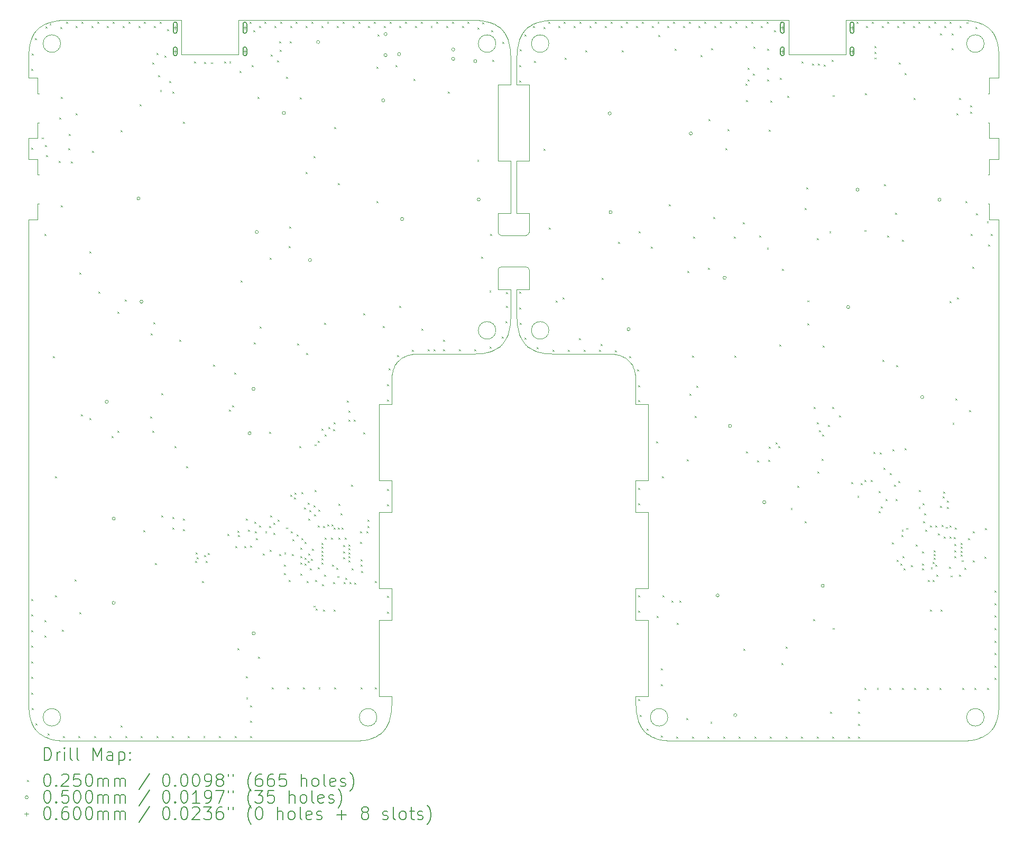
<source format=gbr>
%TF.GenerationSoftware,KiCad,Pcbnew,(6.0.11-0)*%
%TF.CreationDate,2023-02-19T21:30:22+08:00*%
%TF.ProjectId,Combined,436f6d62-696e-4656-942e-6b696361645f,rev?*%
%TF.SameCoordinates,Original*%
%TF.FileFunction,Drillmap*%
%TF.FilePolarity,Positive*%
%FSLAX45Y45*%
G04 Gerber Fmt 4.5, Leading zero omitted, Abs format (unit mm)*
G04 Created by KiCad (PCBNEW (6.0.11-0)) date 2023-02-19 21:30:22*
%MOMM*%
%LPD*%
G01*
G04 APERTURE LIST*
%ADD10C,0.030000*%
%ADD11C,0.038100*%
%ADD12C,0.000100*%
%ADD13C,0.010000*%
%ADD14C,0.200000*%
%ADD15C,0.025000*%
%ADD16C,0.050000*%
%ADD17C,0.060000*%
G04 APERTURE END LIST*
D10*
X10880009Y-1502550D02*
X10869600Y-1503815D01*
X11011527Y-6834324D02*
X10933311Y-6832109D01*
X10173777Y-6684055D02*
X10167528Y-6690323D01*
D11*
X8507518Y-6953332D02*
X8516527Y-6944324D01*
X8649491Y-6863001D02*
X8674491Y-6855324D01*
D10*
X17870528Y-1557578D02*
X17918091Y-1584237D01*
D11*
X12299494Y-7118230D02*
X12304527Y-7140324D01*
D10*
X8344528Y-12764574D02*
X8317869Y-12812138D01*
D11*
X2741527Y-4432979D02*
X2766527Y-4432978D01*
D10*
X9863862Y-1505078D02*
X9923683Y-1516010D01*
D11*
X11921527Y-6835324D02*
X11888527Y-6834324D01*
D10*
X10411527Y-4581424D02*
X10611527Y-4581424D01*
D12*
X10076527Y-1870578D02*
G75*
G03*
X10076527Y-1870578I-140000J0D01*
G01*
D10*
X8249990Y-12894075D02*
X8256259Y-12887823D01*
X10413741Y-2017363D02*
X10418496Y-1964063D01*
D11*
X12010527Y-6846324D02*
X11989317Y-6842373D01*
D10*
X8193092Y-12936915D02*
X8236762Y-12905885D01*
X7884745Y-13023357D02*
X7938044Y-13018602D01*
D11*
X2591527Y-2418979D02*
X2741527Y-2418979D01*
D10*
X10276597Y-6503520D02*
X10273549Y-6512535D01*
X2680185Y-1709014D02*
X2711215Y-1665344D01*
X2852527Y-12963574D02*
X2804962Y-12936916D01*
X17683862Y-1505077D02*
X17743683Y-1516008D01*
D11*
X2591527Y-4682979D02*
X2741527Y-4682979D01*
D10*
X17809737Y-1533555D02*
X17818753Y-1536602D01*
D11*
X18131527Y-3382978D02*
X17981527Y-3382978D01*
D10*
X10466098Y-6556537D02*
X10473527Y-6573324D01*
D11*
X12197527Y-6935324D02*
X12188049Y-6926767D01*
X8834527Y-6834324D02*
X8846527Y-6834324D01*
D10*
X10050526Y-1557578D02*
X10098092Y-1584237D01*
X18096597Y-12694770D02*
X18093549Y-12703784D01*
X7958863Y-13016075D02*
X8018684Y-13005142D01*
X12316527Y-8862174D02*
X12516527Y-8862174D01*
X10273549Y-6512535D02*
X10270501Y-6521549D01*
X2599762Y-1953653D02*
X2601026Y-1943244D01*
X10309311Y-6312541D02*
X10304556Y-6365841D01*
D11*
X17981527Y-4432979D02*
X17956527Y-4432979D01*
D10*
X3039192Y-1505078D02*
X2979371Y-1516010D01*
X10452550Y-1808353D02*
X10466098Y-1773367D01*
X18069527Y-12764574D02*
X18042868Y-12812138D01*
X8406527Y-12317774D02*
X8206527Y-12317774D01*
D11*
X8599700Y-6883993D02*
X8611742Y-6878282D01*
D10*
X12442121Y-12862422D02*
X12448026Y-12869037D01*
X12764192Y-13016076D02*
X12704370Y-13005144D01*
D12*
X17896525Y-12650573D02*
G75*
G03*
X17896525Y-12650573I-140000J0D01*
G01*
D10*
X9711526Y-6834323D02*
X9789745Y-6832107D01*
D11*
X12287850Y-7077288D02*
X12295527Y-7102288D01*
D10*
X10624963Y-6745665D02*
X10581292Y-6714635D01*
D11*
X8206527Y-10589974D02*
X8206527Y-9369974D01*
D10*
X8351956Y-12747786D02*
X8344528Y-12764574D01*
X3039192Y-13016074D02*
X2979371Y-13005142D01*
D11*
X8516527Y-6944324D02*
X8525535Y-6935315D01*
D10*
X17981258Y-12887823D02*
X17987527Y-12881573D01*
X10418498Y-6365841D02*
X10419763Y-6376251D01*
D11*
X8456196Y-7027497D02*
X8464527Y-7012324D01*
X11876527Y-6834324D02*
X11888527Y-6834324D01*
D10*
X8406527Y-9369974D02*
X8206527Y-9369974D01*
D11*
X12299494Y-7118230D02*
X12295527Y-7102324D01*
X8636638Y-6867786D02*
X8649491Y-6863001D01*
D10*
X10256955Y-6556536D02*
X10249527Y-6573323D01*
D11*
X8407793Y-7223968D02*
X8409061Y-7207968D01*
D10*
X18093549Y-1817366D02*
X18090500Y-1808352D01*
D11*
X2741527Y-3382979D02*
X2741527Y-3132979D01*
D10*
X3060010Y-1502550D02*
X3049601Y-1503814D01*
D12*
X3106527Y-12650574D02*
G75*
G03*
X3106527Y-12650574I-140000J0D01*
G01*
D10*
X10304555Y-1964062D02*
X10303292Y-1953653D01*
X2626457Y-12694771D02*
X2629505Y-12703785D01*
D11*
X17981527Y-3132978D02*
X17956527Y-3132979D01*
X8206527Y-12317774D02*
X8206527Y-11097774D01*
D10*
X9980724Y-1530508D02*
X9989738Y-1533557D01*
X18122028Y-1943242D02*
X18111095Y-1883421D01*
X10309310Y-2017362D02*
X10304555Y-1964062D01*
X12316527Y-10589974D02*
X12516527Y-10589974D01*
X8397028Y-12577909D02*
X8386096Y-12637730D01*
X10419761Y-1953653D02*
X10421024Y-1943244D01*
X12916527Y-13025574D02*
X17531527Y-13025574D01*
X18131526Y-12425573D02*
X18129312Y-12503790D01*
X8398292Y-12567499D02*
X8397028Y-12577909D01*
X18005933Y-1658730D02*
X18000028Y-1652115D01*
X17531527Y-1495579D02*
X15681227Y-1495579D01*
X10418496Y-1964063D02*
X10419761Y-1953653D01*
D11*
X8406527Y-11097774D02*
X8406527Y-10589974D01*
D10*
X10869600Y-1503815D02*
X10859190Y-1505077D01*
D11*
X8584527Y-6892324D02*
X8571527Y-6900324D01*
D10*
X2729276Y-1645848D02*
X2735527Y-1639579D01*
X2748065Y-1627078D02*
X2741796Y-1633328D01*
D11*
X2741527Y-3132979D02*
X2766527Y-3132978D01*
D10*
X2632553Y-12712799D02*
X2646098Y-12747787D01*
X10742328Y-1530508D02*
X10733314Y-1533556D01*
D12*
X10926528Y-6459323D02*
G75*
G03*
X10926528Y-6459323I-140000J0D01*
G01*
D10*
X18096598Y-1826380D02*
X18093549Y-1817366D01*
X9853453Y-6826088D02*
X9863862Y-6824824D01*
X10799370Y-6813894D02*
X10742329Y-6799396D01*
X11011527Y-1495579D02*
X14766827Y-1495579D01*
X10419763Y-6376251D02*
X10421025Y-6386661D01*
X17968375Y-1621171D02*
X17974989Y-1627077D01*
X18111095Y-1883421D02*
X18096598Y-1826380D01*
D11*
X18131527Y-4682979D02*
X17981527Y-4682979D01*
X12237527Y-6980324D02*
X12246894Y-6993865D01*
X17981527Y-2668979D02*
X17956527Y-2668979D01*
X8409061Y-7207968D02*
X8412452Y-7176750D01*
X8498970Y-6962801D02*
X8485527Y-6980324D01*
D10*
X17800724Y-1530507D02*
X17809737Y-1533555D01*
X10446455Y-1826381D02*
X10449503Y-1817368D01*
D11*
X10111527Y-5800624D02*
X10111527Y-5493879D01*
D10*
X18076956Y-1773364D02*
X18069526Y-1756577D01*
X10561794Y-1633329D02*
X10555526Y-1639578D01*
X8406527Y-7642173D02*
X8206527Y-7642173D01*
D11*
X15224027Y-2045301D02*
X14766827Y-2045301D01*
X2591527Y-3718978D02*
X2741527Y-3718978D01*
X8476159Y-6993865D02*
X8485527Y-6980324D01*
X17981527Y-2418979D02*
X17981527Y-2668979D01*
X10611527Y-2528524D02*
X10611527Y-3748524D01*
D10*
X3060010Y-13018603D02*
X3049601Y-13017339D01*
D11*
X12206527Y-6944324D02*
X12215535Y-6953332D01*
D10*
X10222869Y-6620888D02*
X10191839Y-6664558D01*
X2748065Y-12894075D02*
X2741796Y-12887824D01*
X10933308Y-1497795D02*
X10880009Y-1502550D01*
X8268777Y-12875304D02*
X8262527Y-12881573D01*
X10154989Y-1627078D02*
X10161258Y-1633328D01*
D11*
X8748953Y-6840249D02*
X8733736Y-6842373D01*
D10*
X17968375Y-12899980D02*
X17974990Y-12894075D01*
X12316526Y-12425575D02*
X12318743Y-12503792D01*
X9789744Y-1497795D02*
X9843043Y-1502550D01*
X12318743Y-12503792D02*
X12323498Y-12557091D01*
X18042868Y-1709013D02*
X18011839Y-1665343D01*
X10421025Y-6386661D02*
X10431960Y-6446482D01*
X10185933Y-1658730D02*
X10180027Y-1652117D01*
D11*
X12310601Y-7176750D02*
X12308477Y-7161533D01*
D10*
X2761292Y-1615267D02*
X2754678Y-1621173D01*
X10880011Y-6827355D02*
X10869601Y-6826089D01*
D11*
X17981527Y-3718978D02*
X17981527Y-3968978D01*
D10*
X2629505Y-12703785D02*
X2632553Y-12712799D01*
D11*
X12010527Y-6846324D02*
X12032620Y-6851356D01*
X8427527Y-7102288D02*
X8435204Y-7077288D01*
D10*
X2626456Y-1826382D02*
X2629504Y-1817367D01*
X8280934Y-12862422D02*
X8275028Y-12869036D01*
X18000028Y-12869035D02*
X17993777Y-12875304D01*
X10733314Y-1533556D02*
X10724299Y-1536605D01*
X10466098Y-1773367D02*
X10473526Y-1756578D01*
X18090502Y-12712799D02*
X18076955Y-12747786D01*
D13*
X10111536Y-4888524D02*
G75*
G03*
X10161527Y-4938524I49994J-6D01*
G01*
D10*
X8075724Y-12990644D02*
X8084739Y-12987596D01*
X18076955Y-12747786D02*
X18069527Y-12764574D01*
X18129311Y-2017360D02*
X18124555Y-1964061D01*
D11*
X10611527Y-4581424D02*
X10611527Y-4888524D01*
D10*
X17531527Y-13025574D02*
X17609745Y-13023357D01*
X10291095Y-1883423D02*
X10276597Y-1826381D01*
X9843043Y-1502550D02*
X9853452Y-1503814D01*
X10191839Y-6664558D02*
X10185933Y-6671172D01*
X10413743Y-6312542D02*
X10418498Y-6365841D01*
X3049601Y-13017339D02*
X3039192Y-13016074D01*
D11*
X12516527Y-9369974D02*
X12516527Y-10589974D01*
D10*
X17974990Y-12894075D02*
X17981258Y-12887823D01*
X10449504Y-6512536D02*
X10452554Y-6521551D01*
X12323498Y-12557091D02*
X12324763Y-12567501D01*
X8018684Y-13005142D02*
X8075724Y-12990644D01*
X18090500Y-1808352D02*
X18076956Y-1773364D01*
X12647329Y-12990646D02*
X12638316Y-12987598D01*
X2723026Y-12869036D02*
X2729277Y-12875305D01*
D11*
X10311527Y-2095579D02*
X10311527Y-2528524D01*
X10611527Y-5800624D02*
X10611527Y-5493879D01*
X5041827Y-1495579D02*
X5041827Y-2045301D01*
D10*
X2804962Y-1584237D02*
X2761292Y-1615267D01*
X12594315Y-12971003D02*
X12577526Y-12963574D01*
X18129312Y-12503790D02*
X18124556Y-12557090D01*
D12*
X10926527Y-1870579D02*
G75*
G03*
X10926527Y-1870579I-140000J0D01*
G01*
D11*
X12316527Y-8862174D02*
X12316527Y-9369974D01*
X8406527Y-9369974D02*
X8406527Y-8862174D01*
X10411527Y-3748524D02*
X10411527Y-4581424D01*
D10*
X10574678Y-1621173D02*
X10568063Y-1627077D01*
D11*
X10111527Y-4888524D02*
X10111527Y-4581424D01*
X8418527Y-7140324D02*
X8414576Y-7161533D01*
D13*
X10561527Y-4938517D02*
G75*
G03*
X10611527Y-4888524I13J49987D01*
G01*
D10*
X12357554Y-12712801D02*
X12371098Y-12747787D01*
D11*
X12313992Y-7207968D02*
X12315261Y-7223968D01*
D10*
X12785011Y-13018605D02*
X12774601Y-13017339D01*
X2601026Y-12577909D02*
X2611959Y-12637730D01*
D11*
X12151527Y-6900324D02*
X12156985Y-6903956D01*
D10*
X8236762Y-12905885D02*
X8243375Y-12899980D01*
X10500186Y-6620889D02*
X10531215Y-6664560D01*
D11*
X8733736Y-6842373D02*
X8712527Y-6846324D01*
D10*
X2979371Y-1516010D02*
X2922330Y-1530508D01*
X17993776Y-1645846D02*
X17987527Y-1639577D01*
X2723026Y-1652117D02*
X2729276Y-1645848D01*
X12436215Y-12855810D02*
X12442121Y-12862422D01*
X8084739Y-12987596D02*
X8093753Y-12984547D01*
X10724301Y-6793300D02*
X10689315Y-6779753D01*
X10270500Y-1808354D02*
X10256956Y-1773366D01*
X10311527Y-5801424D02*
X10111527Y-5801424D01*
X10291095Y-6446479D02*
X10276597Y-6503520D01*
X18069526Y-1756577D02*
X18042868Y-1709013D01*
X10302027Y-1943243D02*
X10291095Y-1883423D01*
X9998752Y-1536604D02*
X10033740Y-1550150D01*
D11*
X15681227Y-2045301D02*
X15224027Y-2045301D01*
X11989317Y-6842373D02*
X11974100Y-6840249D01*
X8450486Y-7039539D02*
X8456196Y-7027497D01*
D10*
X2680185Y-12812139D02*
X2711216Y-12855808D01*
D11*
X8439989Y-7064435D02*
X8450486Y-7039539D01*
D10*
X18011839Y-1665343D02*
X18005933Y-1658730D01*
X10537121Y-6671172D02*
X10543026Y-6677787D01*
X10273549Y-1817368D02*
X10270500Y-1808354D01*
X10180028Y-6677785D02*
X10173777Y-6684055D01*
X2904301Y-12984548D02*
X2869314Y-12971003D01*
D11*
X8407527Y-7229324D02*
X8406527Y-7262324D01*
D10*
X17531527Y-1495579D02*
X17609743Y-1497793D01*
X10537119Y-1658731D02*
X10543025Y-1652117D01*
X9843043Y-6827352D02*
X9853453Y-6826088D01*
X12486292Y-12905885D02*
X12479679Y-12899982D01*
D11*
X5956227Y-1495579D02*
X5956227Y-2045301D01*
X12224083Y-6962801D02*
X12215527Y-6953324D01*
X12197518Y-6935315D02*
X12206527Y-6944324D01*
D13*
X10611521Y-5493879D02*
G75*
G03*
X10561527Y-5443879I-50001J-1D01*
G01*
D10*
X8399556Y-12557090D02*
X8398292Y-12567499D01*
X8365502Y-12712800D02*
X8351956Y-12747786D01*
X12316527Y-9369974D02*
X12516527Y-9369974D01*
D11*
X2741527Y-4682979D02*
X2741527Y-4432979D01*
D10*
X9998752Y-6793298D02*
X10033740Y-6779752D01*
X17663044Y-13018602D02*
X17673453Y-13017338D01*
X9923683Y-1516010D02*
X9980724Y-1530508D01*
X18131527Y-2095578D02*
X18129311Y-2017360D01*
D11*
X2741527Y-3968978D02*
X2741527Y-3718978D01*
D10*
X9853452Y-1503814D02*
X9863862Y-1505078D01*
X17800725Y-12990644D02*
X17809739Y-12987596D01*
X12577526Y-12963574D02*
X12529962Y-12936915D01*
X17918091Y-1584237D02*
X17961762Y-1615267D01*
D11*
X12283064Y-7064435D02*
X12287850Y-7077288D01*
D10*
X18122027Y-12577908D02*
X18111096Y-12637730D01*
X10543025Y-1652117D02*
X10549276Y-1645847D01*
X2754679Y-12899980D02*
X2748065Y-12894075D01*
D11*
X2741527Y-2668979D02*
X2766527Y-2668979D01*
X8507527Y-6953324D02*
X8498970Y-6962801D01*
X3191527Y-13025574D02*
X7806527Y-13025574D01*
D10*
X2632553Y-1808353D02*
X2646098Y-1773366D01*
X2611959Y-12637730D02*
X2626457Y-12694771D01*
X12351455Y-12694772D02*
X12354504Y-12703786D01*
D11*
X12310601Y-7176750D02*
X12313992Y-7207968D01*
D10*
X8386096Y-12637730D02*
X8371598Y-12694770D01*
X12324763Y-12567501D02*
X12326025Y-12577911D01*
X10446456Y-6503522D02*
X10449504Y-6512536D01*
X10531215Y-6664560D02*
X10537121Y-6671172D01*
X10568063Y-1627077D02*
X10561794Y-1633329D01*
D11*
X8407527Y-7229324D02*
X8407793Y-7223968D01*
D10*
X10742329Y-6799396D02*
X10733316Y-6796348D01*
X12354504Y-12703786D02*
X12357554Y-12712801D01*
X10733316Y-6796348D02*
X10724301Y-6793300D01*
X18131527Y-3382978D02*
X18131527Y-3718978D01*
D11*
X8780171Y-6836858D02*
X8796171Y-6835590D01*
D10*
X9863862Y-6824824D02*
X9923683Y-6813891D01*
D11*
X8435204Y-7077288D02*
X8439989Y-7064435D01*
D10*
X10311527Y-2528524D02*
X10111527Y-2528524D01*
D11*
X14766827Y-2045301D02*
X14766827Y-1495579D01*
D10*
X8368550Y-12703784D02*
X8365502Y-12712800D01*
D11*
X12048562Y-6855324D02*
X12073562Y-6863001D01*
D10*
X8256259Y-12887823D02*
X8262527Y-12881573D01*
X9989738Y-1533557D02*
X9998752Y-1536604D01*
X12466795Y-12887825D02*
X12460525Y-12881575D01*
D11*
X8690434Y-6851356D02*
X8712527Y-6846324D01*
X8584527Y-6892324D02*
X8599700Y-6883993D01*
D10*
X12316527Y-12317774D02*
X12316527Y-12425574D01*
X9989738Y-6796346D02*
X9998752Y-6793298D01*
X10033740Y-1550150D02*
X10050526Y-1557578D01*
X10222868Y-1709014D02*
X10191838Y-1665345D01*
X10276597Y-1826381D02*
X10273549Y-1817368D01*
D11*
X12258527Y-7012324D02*
X12250527Y-6999324D01*
D10*
X12838311Y-13023359D02*
X12785011Y-13018605D01*
D11*
X12516527Y-11097774D02*
X12516527Y-12317774D01*
D10*
X10473527Y-6573324D02*
X10500186Y-6620889D01*
D12*
X12831527Y-12650573D02*
G75*
G03*
X12831527Y-12650573I-140000J0D01*
G01*
D10*
X10304556Y-6365841D02*
X10303292Y-6376249D01*
X2869314Y-12971003D02*
X2852527Y-12963574D01*
X10098092Y-6745665D02*
X10141761Y-6714634D01*
X2717121Y-1658730D02*
X2723026Y-1652117D01*
X3191527Y-1495579D02*
X3113309Y-1497795D01*
D11*
X2591527Y-3382979D02*
X2741527Y-3382979D01*
D10*
X12371098Y-12747787D02*
X12378527Y-12764574D01*
D11*
X9711527Y-1495579D02*
X5956227Y-1495579D01*
D10*
X12916527Y-13025574D02*
X12838311Y-13023359D01*
X2741796Y-1633328D02*
X2735527Y-1639579D01*
D12*
X10076527Y-6459324D02*
G75*
G03*
X10076527Y-6459324I-140000J0D01*
G01*
D10*
X17673452Y-1503813D02*
X17683862Y-1505077D01*
X2599762Y-12567500D02*
X2601026Y-12577909D01*
D11*
X12516527Y-7642173D02*
X12516527Y-8862174D01*
D10*
X10531215Y-1665344D02*
X10537119Y-1658731D01*
X18000028Y-1652115D02*
X17993776Y-1645846D01*
D11*
X8566068Y-6903956D02*
X8571527Y-6900324D01*
D10*
X9711527Y-1495579D02*
X9789744Y-1497795D01*
D11*
X12316527Y-7262324D02*
X12315527Y-7229324D01*
D10*
X7948453Y-13017338D02*
X7958863Y-13016075D01*
X11876527Y-6834324D02*
X11011527Y-6834324D01*
X10154988Y-6702824D02*
X10161259Y-6696573D01*
X10500185Y-1709014D02*
X10531215Y-1665344D01*
X2804962Y-12936916D02*
X2761293Y-12905885D01*
X2653527Y-1756579D02*
X2680185Y-1709014D01*
X3049601Y-1503814D02*
X3039192Y-1505078D01*
X10311527Y-4581424D02*
X10111527Y-4581424D01*
D11*
X12308477Y-7161533D02*
X12304527Y-7140324D01*
D10*
X9789745Y-6832107D02*
X9843043Y-6827352D01*
X2979371Y-13005142D02*
X2922330Y-12990644D01*
D12*
X17896526Y-1870579D02*
G75*
G03*
X17896526Y-1870579I-140000J0D01*
G01*
D10*
X10574679Y-6708732D02*
X10568064Y-6702826D01*
X10141761Y-6714634D02*
X10148376Y-6708729D01*
X12704370Y-13005144D02*
X12647329Y-12990646D01*
D11*
X12246894Y-6993865D02*
X12250527Y-6999324D01*
D10*
X10672526Y-1557579D02*
X10624961Y-1584237D01*
X12326025Y-12577911D02*
X12336959Y-12637732D01*
X8406527Y-8862173D02*
X8206527Y-8862173D01*
D11*
X8611742Y-6878282D02*
X8636638Y-6867786D01*
D10*
X9980725Y-6799393D02*
X9989738Y-6796346D01*
X17853740Y-12971003D02*
X17870527Y-12963573D01*
D11*
X2741527Y-3968978D02*
X2766527Y-3968978D01*
D10*
X8371598Y-12694770D02*
X8368550Y-12703784D01*
X12638316Y-12987598D02*
X12629301Y-12984550D01*
D11*
X11942883Y-6836858D02*
X11974100Y-6840249D01*
D10*
X12774601Y-13017339D02*
X12764192Y-13016076D01*
X10185933Y-6671172D02*
X10180028Y-6677785D01*
X10303292Y-6376249D02*
X10302027Y-6386658D01*
D13*
X10161527Y-5443877D02*
G75*
G03*
X10111527Y-5493879I13J-50013D01*
G01*
D10*
X10431960Y-6446482D02*
X10446456Y-6503522D01*
X10256956Y-1773366D02*
X10249527Y-1756578D01*
D11*
X17981527Y-3968978D02*
X17956527Y-3968979D01*
X12151527Y-6900324D02*
X12138527Y-6892324D01*
D10*
X10411526Y-6234325D02*
X10413743Y-6312542D01*
X10191838Y-1665345D02*
X10185933Y-1658730D01*
X18042868Y-12812138D02*
X18011838Y-12855809D01*
X12405185Y-12812139D02*
X12436215Y-12855810D01*
X2717121Y-12862422D02*
X2723026Y-12869036D01*
X17809739Y-12987596D02*
X17818752Y-12984547D01*
X10568064Y-6702826D02*
X10561795Y-6696575D01*
D11*
X18131527Y-3718978D02*
X17981527Y-3718978D01*
X12123354Y-6883993D02*
X12138527Y-6892324D01*
D10*
X12316527Y-11097774D02*
X12516527Y-11097774D01*
X18011838Y-12855809D02*
X18005934Y-12862422D01*
X17853739Y-1550150D02*
X17870528Y-1557578D01*
X2593743Y-12503791D02*
X2598498Y-12557090D01*
D11*
X5956227Y-2045301D02*
X5041827Y-2045301D01*
D10*
X8145528Y-12963573D02*
X8193092Y-12936915D01*
X12316527Y-7642173D02*
X12516527Y-7642173D01*
D11*
X8796171Y-6835590D02*
X8801527Y-6835324D01*
X3191527Y-1495579D02*
X5041827Y-1495579D01*
X8472527Y-6999324D02*
X8476159Y-6993865D01*
D10*
X2913315Y-12987596D02*
X2904301Y-12984548D01*
X10933311Y-6832109D02*
X10880011Y-6827355D01*
D11*
X8406527Y-12425574D02*
X8406527Y-12317774D01*
X12272568Y-7039539D02*
X12283064Y-7064435D01*
X2591527Y-4682979D02*
X2591527Y-12425574D01*
D10*
X17743683Y-1516008D02*
X17800724Y-1530507D01*
D11*
X17981527Y-4432979D02*
X17981527Y-4682979D01*
D10*
X8093753Y-12984547D02*
X8128740Y-12971002D01*
X17981258Y-1633328D02*
X17987527Y-1639577D01*
X17918092Y-12936916D02*
X17961762Y-12905885D01*
X2852527Y-1557579D02*
X2804962Y-1584237D01*
X12479679Y-12899982D02*
X12473064Y-12894076D01*
X2646098Y-12747787D02*
X2653527Y-12764574D01*
X17818753Y-1536602D02*
X17853739Y-1550150D01*
X8406527Y-11097774D02*
X8206527Y-11097774D01*
X2598498Y-1964062D02*
X2599762Y-1953653D01*
X17993777Y-12875304D02*
X17987527Y-12881573D01*
X10543026Y-6677787D02*
X10549277Y-6684056D01*
X10452554Y-6521551D02*
X10466098Y-6556537D01*
X2611958Y-1883423D02*
X2626456Y-1826382D01*
X10148376Y-6708729D02*
X10154988Y-6702824D01*
X2729277Y-12875305D02*
X2735527Y-12881574D01*
X10303292Y-1953653D02*
X10302027Y-1943243D01*
X18131527Y-4682979D02*
X18131527Y-12425574D01*
X18124555Y-1964061D02*
X18123291Y-1953652D01*
X17961762Y-12905885D02*
X17968375Y-12899980D01*
D11*
X8690434Y-6851356D02*
X8674527Y-6855324D01*
X8406527Y-7274324D02*
X8406527Y-7642173D01*
D10*
X18124556Y-12557090D02*
X18123291Y-12567499D01*
D11*
X12316527Y-7262324D02*
X12316527Y-7274324D01*
D10*
X10724299Y-1536605D02*
X10689313Y-1550149D01*
X8317869Y-12812138D02*
X8286838Y-12855808D01*
X17961762Y-1615267D02*
X17968375Y-1621171D01*
X8406527Y-10589974D02*
X8206527Y-10589974D01*
X12336959Y-12637732D02*
X12351455Y-12694772D01*
X2591527Y-2095579D02*
X2593743Y-2017361D01*
X10311527Y-2095579D02*
X10309310Y-2017362D01*
X10421024Y-1943244D02*
X10431956Y-1883422D01*
D11*
X8834527Y-6834324D02*
X8801527Y-6835324D01*
D10*
X2904301Y-1536605D02*
X2869314Y-1550150D01*
X12473064Y-12894076D02*
X12466795Y-12887825D01*
D11*
X10111527Y-3748524D02*
X10111527Y-2528524D01*
D10*
X18131527Y-2418979D02*
X18131527Y-2095579D01*
D11*
X10561527Y-5443879D02*
X10161527Y-5443879D01*
X12156985Y-6903956D02*
X12170527Y-6913324D01*
D10*
X2601026Y-1943244D02*
X2611958Y-1883423D01*
X10869601Y-6826089D02*
X10859192Y-6824826D01*
X10473526Y-1756578D02*
X10500185Y-1709014D01*
X10411527Y-3748524D02*
X10611527Y-3748524D01*
D11*
X17981527Y-3132978D02*
X17981527Y-3382978D01*
X2741527Y-2668979D02*
X2741527Y-2418979D01*
X10311527Y-5801424D02*
X10311527Y-6234324D01*
D10*
X17673453Y-13017338D02*
X17683863Y-13016075D01*
X10050526Y-6772323D02*
X10098092Y-6745665D01*
X17683863Y-13016075D02*
X17743684Y-13005142D01*
D11*
X8552527Y-6913324D02*
X8535004Y-6926767D01*
D10*
X17663043Y-1502549D02*
X17673452Y-1503813D01*
X10799368Y-1516011D02*
X10742328Y-1530508D01*
X9923683Y-6813891D02*
X9980725Y-6799393D01*
D11*
X15681227Y-2045301D02*
X15681227Y-1495579D01*
D10*
X10302027Y-6386658D02*
X10291095Y-6446479D01*
X2629504Y-1817367D02*
X2632553Y-1808353D01*
X17974989Y-1627077D02*
X17981258Y-1633328D01*
D11*
X12188049Y-6926767D02*
X12170527Y-6913324D01*
D10*
X12448026Y-12869037D02*
X12454277Y-12875306D01*
X11011526Y-1495578D02*
X10933308Y-1497795D01*
X10411527Y-2528524D02*
X10411527Y-2095579D01*
X2711215Y-1665344D02*
X2717121Y-1658730D01*
X10431956Y-1883422D02*
X10446455Y-1826381D01*
D11*
X11926883Y-6835590D02*
X11942883Y-6836858D01*
D10*
X2754678Y-1621173D02*
X2748065Y-1627078D01*
X10689313Y-1550149D02*
X10672526Y-1557579D01*
X2646098Y-1773366D02*
X2653527Y-1756579D01*
D11*
X8406527Y-7274324D02*
X8406527Y-7262324D01*
D10*
X2869314Y-1550150D02*
X2852527Y-1557579D01*
D11*
X12316527Y-7642173D02*
X12316527Y-7274324D01*
D10*
X18111096Y-12637730D02*
X18096597Y-12694770D01*
X10411527Y-2095579D02*
X10413741Y-2017363D01*
D11*
X12237527Y-6980324D02*
X12224083Y-6962801D01*
X10161527Y-4938524D02*
X10561527Y-4938524D01*
D10*
X17818752Y-12984547D02*
X17853740Y-12971003D01*
X10311527Y-6234324D02*
X10309311Y-6312541D01*
X10270501Y-6521549D02*
X10256955Y-6556536D01*
X17870527Y-12963573D02*
X17918092Y-12936916D01*
X2741796Y-12887824D02*
X2735527Y-12881574D01*
X10249527Y-6573323D02*
X10222869Y-6620888D01*
X8286838Y-12855808D02*
X8280934Y-12862422D01*
D11*
X8418527Y-7140324D02*
X8423559Y-7118230D01*
X8206527Y-8862173D02*
X8206527Y-7642173D01*
D10*
X10581292Y-6714635D02*
X10574679Y-6708732D01*
X2591527Y-2095579D02*
X2591527Y-2418979D01*
D11*
X18131527Y-2418979D02*
X17981527Y-2418979D01*
D10*
X10411527Y-6234324D02*
X10411527Y-5801424D01*
X10449503Y-1817368D02*
X10452550Y-1808353D01*
X10689315Y-6779753D02*
X10672526Y-6772324D01*
X2591527Y-3382979D02*
X2591527Y-3718978D01*
X12629301Y-12984550D02*
X12594315Y-12971003D01*
X10141761Y-1615267D02*
X10148375Y-1621173D01*
X18123291Y-1953652D02*
X18122028Y-1943242D01*
X3113309Y-1497795D02*
X3060010Y-1502550D01*
X10624961Y-1584237D02*
X10581290Y-1615267D01*
X2711216Y-12855808D02*
X2717121Y-12862422D01*
X8275028Y-12869036D02*
X8268777Y-12875304D01*
D11*
X8472527Y-6999324D02*
X8464527Y-7012324D01*
D10*
X10859190Y-1505077D02*
X10799368Y-1516011D01*
X2593743Y-2017361D02*
X2598498Y-1964062D01*
X10549276Y-1645847D02*
X10555526Y-1639578D01*
X17743684Y-13005142D02*
X17800725Y-12990644D01*
X10180027Y-1652117D02*
X10173777Y-1645848D01*
D11*
X12266857Y-7027497D02*
X12272568Y-7039539D01*
X12258527Y-7012324D02*
X12266857Y-7027497D01*
D10*
X18005934Y-12862422D02*
X18000028Y-12869035D01*
X10561795Y-6696575D02*
X10555525Y-6690325D01*
X10311527Y-3748524D02*
X10111527Y-3748524D01*
X2922330Y-1530508D02*
X2913315Y-1533556D01*
X18123291Y-12567499D02*
X18122027Y-12577908D01*
D11*
X8552527Y-6913324D02*
X8566068Y-6903956D01*
X8748953Y-6840249D02*
X8780171Y-6836858D01*
D10*
X10549277Y-6684056D02*
X10555525Y-6690325D01*
X8128740Y-12971002D02*
X8145528Y-12963573D01*
X12316527Y-12317774D02*
X12516527Y-12317774D01*
X3191527Y-13025574D02*
X3113310Y-13023358D01*
X8406527Y-12425574D02*
X8404312Y-12503790D01*
X18093549Y-12703784D02*
X18090502Y-12712799D01*
X2922330Y-12990644D02*
X2913315Y-12987596D01*
D11*
X11921527Y-6835324D02*
X11926883Y-6835590D01*
D10*
X10672526Y-6772324D02*
X10624963Y-6745665D01*
X10581290Y-1615267D02*
X10574678Y-1621173D01*
D11*
X12316527Y-10589974D02*
X12316527Y-11097774D01*
D10*
X10859192Y-6824826D02*
X10799370Y-6813894D01*
X2598498Y-12557090D02*
X2599762Y-12567500D01*
X12454277Y-12875306D02*
X12460525Y-12881575D01*
X10161259Y-6696573D02*
X10167528Y-6690323D01*
X10411527Y-5801424D02*
X10611527Y-5801424D01*
X17609743Y-1497793D02*
X17663043Y-1502549D01*
X3113310Y-13023358D02*
X3060010Y-13018603D01*
X12378527Y-12764574D02*
X12405185Y-12812139D01*
X10033740Y-6779752D02*
X10050526Y-6772323D01*
X10148375Y-1621173D02*
X10154989Y-1627078D01*
X10173777Y-1645848D02*
X10167527Y-1639578D01*
X10249527Y-1756578D02*
X10222868Y-1709014D01*
D11*
X8427527Y-7102324D02*
X8423559Y-7118230D01*
D10*
X10161258Y-1633328D02*
X10167527Y-1639578D01*
D11*
X12073562Y-6863001D02*
X12086415Y-6867786D01*
D10*
X2761293Y-12905885D02*
X2754679Y-12899980D01*
D11*
X8414576Y-7161533D02*
X8412452Y-7176750D01*
D10*
X7938044Y-13018602D02*
X7948453Y-13017338D01*
X2591527Y-12425573D02*
X2593743Y-12503791D01*
X12529962Y-12936915D02*
X12486292Y-12905885D01*
X2653527Y-12764574D02*
X2680185Y-12812139D01*
X2913315Y-1533556D02*
X2904301Y-1536605D01*
X8404312Y-12503790D02*
X8399556Y-12557090D01*
D11*
X12048527Y-6855324D02*
X12032620Y-6851356D01*
X12315261Y-7223968D02*
X12315527Y-7229324D01*
X12111311Y-6878282D02*
X12123354Y-6883993D01*
D12*
X3106526Y-1870579D02*
G75*
G03*
X3106526Y-1870579I-140000J0D01*
G01*
D10*
X7806527Y-13025574D02*
X7884745Y-13023357D01*
D11*
X9711527Y-6834324D02*
X8846527Y-6834324D01*
X8535004Y-6926767D02*
X8525527Y-6935324D01*
X10311527Y-4581424D02*
X10311527Y-3748524D01*
X12086415Y-6867786D02*
X12111311Y-6878282D01*
D10*
X10411527Y-2528524D02*
X10611527Y-2528524D01*
X10098092Y-1584237D02*
X10141761Y-1615267D01*
D12*
X8171527Y-12650574D02*
G75*
G03*
X8171527Y-12650574I-140000J0D01*
G01*
D10*
X17609745Y-13023357D02*
X17663044Y-13018602D01*
X8243375Y-12899980D02*
X8249990Y-12894075D01*
D14*
D15*
X2639468Y-10754055D02*
X2664468Y-10779055D01*
X2664468Y-10754055D02*
X2639468Y-10779055D01*
X2639468Y-11004055D02*
X2664468Y-11029055D01*
X2664468Y-11004055D02*
X2639468Y-11029055D01*
X2639468Y-11254055D02*
X2664468Y-11279055D01*
X2664468Y-11254055D02*
X2639468Y-11279055D01*
X2639468Y-11504055D02*
X2664468Y-11529055D01*
X2664468Y-11504055D02*
X2639468Y-11529055D01*
X2639468Y-11754055D02*
X2664468Y-11779055D01*
X2664468Y-11754055D02*
X2639468Y-11779055D01*
X2639468Y-12004055D02*
X2664468Y-12029055D01*
X2664468Y-12004055D02*
X2639468Y-12029055D01*
X2639468Y-12254055D02*
X2664468Y-12279055D01*
X2664468Y-12254055D02*
X2639468Y-12279055D01*
X2639674Y-2275074D02*
X2664674Y-2300074D01*
X2664674Y-2275074D02*
X2639674Y-2300074D01*
X2639674Y-3537074D02*
X2664674Y-3562074D01*
X2664674Y-3537074D02*
X2639674Y-3562074D01*
X2641674Y-2025074D02*
X2666674Y-2050074D01*
X2666674Y-2025074D02*
X2641674Y-2050074D01*
X2643151Y-12504055D02*
X2668151Y-12529055D01*
X2668151Y-12504055D02*
X2643151Y-12529055D01*
X2691674Y-1780074D02*
X2716674Y-1805074D01*
X2716674Y-1780074D02*
X2691674Y-1805074D01*
X2706927Y-12745658D02*
X2731927Y-12770658D01*
X2731927Y-12745658D02*
X2706927Y-12770658D01*
X2803674Y-3370074D02*
X2828674Y-3395074D01*
X2828674Y-3370074D02*
X2803674Y-3395074D01*
X2847674Y-4913074D02*
X2872674Y-4938074D01*
X2872674Y-4913074D02*
X2847674Y-4938074D01*
X2847674Y-11093074D02*
X2872674Y-11118074D01*
X2872674Y-11093074D02*
X2847674Y-11118074D01*
X2847674Y-11343074D02*
X2872674Y-11368074D01*
X2872674Y-11343074D02*
X2847674Y-11368074D01*
X2860174Y-3496824D02*
X2885174Y-3521824D01*
X2885174Y-3496824D02*
X2860174Y-3521824D01*
X2865674Y-1600074D02*
X2890674Y-1625074D01*
X2890674Y-1600074D02*
X2865674Y-1625074D01*
X2872674Y-3650574D02*
X2897674Y-3675574D01*
X2897674Y-3650574D02*
X2872674Y-3675574D01*
X2895674Y-12909074D02*
X2920674Y-12934074D01*
X2920674Y-12909074D02*
X2895674Y-12934074D01*
X2928418Y-1548973D02*
X2953418Y-1573973D01*
X2953418Y-1548973D02*
X2928418Y-1573973D01*
X2979674Y-6868074D02*
X3004674Y-6893074D01*
X3004674Y-6868074D02*
X2979674Y-6893074D01*
X3015674Y-10697074D02*
X3040674Y-10722074D01*
X3040674Y-10697074D02*
X3015674Y-10722074D01*
X3018674Y-8791074D02*
X3043674Y-8816074D01*
X3043674Y-8791074D02*
X3018674Y-8816074D01*
X3072674Y-3745574D02*
X3097674Y-3770574D01*
X3097674Y-3745574D02*
X3072674Y-3770574D01*
X3087674Y-3056074D02*
X3112674Y-3081074D01*
X3112674Y-3056074D02*
X3087674Y-3081074D01*
X3099674Y-1605074D02*
X3124674Y-1630074D01*
X3124674Y-1605074D02*
X3099674Y-1630074D01*
X3106674Y-2722074D02*
X3131674Y-2747074D01*
X3131674Y-2722074D02*
X3106674Y-2747074D01*
X3112674Y-4456074D02*
X3137674Y-4481074D01*
X3137674Y-4456074D02*
X3112674Y-4481074D01*
X3125861Y-11247479D02*
X3150861Y-11272479D01*
X3150861Y-11247479D02*
X3125861Y-11272479D01*
X3141859Y-12951074D02*
X3166859Y-12976074D01*
X3166859Y-12951074D02*
X3141859Y-12976074D01*
X3191338Y-1519663D02*
X3216338Y-1544663D01*
X3216338Y-1519663D02*
X3191338Y-1544663D01*
X3232674Y-3541074D02*
X3257674Y-3566074D01*
X3257674Y-3541074D02*
X3232674Y-3566074D01*
X3239674Y-3316074D02*
X3264674Y-3341074D01*
X3264674Y-3316074D02*
X3239674Y-3341074D01*
X3269857Y-3755754D02*
X3294857Y-3780754D01*
X3294857Y-3755754D02*
X3269857Y-3780754D01*
X3333789Y-10445470D02*
X3358789Y-10470470D01*
X3358789Y-10445470D02*
X3333789Y-10470470D01*
X3350711Y-1589664D02*
X3375711Y-1614664D01*
X3375711Y-1589664D02*
X3350711Y-1614664D01*
X3351171Y-2987171D02*
X3376171Y-3012171D01*
X3376171Y-2987171D02*
X3351171Y-3012171D01*
X3391859Y-12952644D02*
X3416859Y-12977644D01*
X3416859Y-12952644D02*
X3391859Y-12977644D01*
X3408674Y-5536074D02*
X3433674Y-5561074D01*
X3433674Y-5536074D02*
X3408674Y-5561074D01*
X3409159Y-10972412D02*
X3434159Y-10997412D01*
X3434159Y-10972412D02*
X3409159Y-10997412D01*
X3432674Y-7803074D02*
X3457674Y-7828074D01*
X3457674Y-7803074D02*
X3432674Y-7828074D01*
X3441338Y-1519663D02*
X3466338Y-1544663D01*
X3466338Y-1519663D02*
X3441338Y-1544663D01*
X3563740Y-5197946D02*
X3588740Y-5222946D01*
X3588740Y-5197946D02*
X3563740Y-5222946D01*
X3567674Y-7863074D02*
X3592674Y-7888074D01*
X3592674Y-7863074D02*
X3567674Y-7888074D01*
X3600711Y-1589664D02*
X3625711Y-1614664D01*
X3625711Y-1589664D02*
X3600711Y-1614664D01*
X3608102Y-3586760D02*
X3633102Y-3611760D01*
X3633102Y-3586760D02*
X3608102Y-3611760D01*
X3641859Y-12952644D02*
X3666859Y-12977644D01*
X3666859Y-12952644D02*
X3641859Y-12977644D01*
X3691338Y-1519663D02*
X3716338Y-1544663D01*
X3716338Y-1519663D02*
X3691338Y-1544663D01*
X3712454Y-5840105D02*
X3737454Y-5865105D01*
X3737454Y-5840105D02*
X3712454Y-5865105D01*
X3850711Y-1589664D02*
X3875711Y-1614664D01*
X3875711Y-1589664D02*
X3850711Y-1614664D01*
X3891859Y-12952644D02*
X3916859Y-12977644D01*
X3916859Y-12952644D02*
X3891859Y-12977644D01*
X3922674Y-8153074D02*
X3947674Y-8178074D01*
X3947674Y-8153074D02*
X3922674Y-8178074D01*
X3941338Y-1519663D02*
X3966338Y-1544663D01*
X3966338Y-1519663D02*
X3941338Y-1544663D01*
X4012674Y-8063074D02*
X4037674Y-8088074D01*
X4037674Y-8063074D02*
X4012674Y-8088074D01*
X4019674Y-6157074D02*
X4044674Y-6182074D01*
X4044674Y-6157074D02*
X4019674Y-6182074D01*
X4064674Y-3254074D02*
X4089674Y-3279074D01*
X4089674Y-3254074D02*
X4064674Y-3279074D01*
X4067674Y-12779074D02*
X4092674Y-12804074D01*
X4092674Y-12779074D02*
X4067674Y-12804074D01*
X4100711Y-1589664D02*
X4125711Y-1614664D01*
X4125711Y-1589664D02*
X4100711Y-1614664D01*
X4133674Y-5967074D02*
X4158674Y-5992074D01*
X4158674Y-5967074D02*
X4133674Y-5992074D01*
X4141859Y-12952644D02*
X4166859Y-12977644D01*
X4166859Y-12952644D02*
X4141859Y-12977644D01*
X4191338Y-1519663D02*
X4216338Y-1544663D01*
X4216338Y-1519663D02*
X4191338Y-1544663D01*
X4351671Y-1589664D02*
X4376671Y-1614664D01*
X4376671Y-1589664D02*
X4351671Y-1614664D01*
X4370674Y-2839074D02*
X4395674Y-2864074D01*
X4395674Y-2839074D02*
X4370674Y-2864074D01*
X4391859Y-12952644D02*
X4416859Y-12977644D01*
X4416859Y-12952644D02*
X4391859Y-12977644D01*
X4428697Y-9657504D02*
X4453697Y-9682504D01*
X4453697Y-9657504D02*
X4428697Y-9682504D01*
X4442298Y-1519663D02*
X4467298Y-1544663D01*
X4467298Y-1519663D02*
X4442298Y-1544663D01*
X4541934Y-7838051D02*
X4566934Y-7863051D01*
X4566934Y-7838051D02*
X4541934Y-7863051D01*
X4548674Y-6504074D02*
X4573674Y-6529074D01*
X4573674Y-6504074D02*
X4548674Y-6529074D01*
X4572674Y-2173074D02*
X4597674Y-2198074D01*
X4597674Y-2173074D02*
X4572674Y-2198074D01*
X4573617Y-8068043D02*
X4598617Y-8093043D01*
X4598617Y-8068043D02*
X4573617Y-8093043D01*
X4591674Y-6329074D02*
X4616674Y-6354074D01*
X4616674Y-6329074D02*
X4591674Y-6354074D01*
X4601671Y-1589664D02*
X4626671Y-1614664D01*
X4626671Y-1589664D02*
X4601671Y-1614664D01*
X4617513Y-10179431D02*
X4642513Y-10204431D01*
X4642513Y-10179431D02*
X4617513Y-10204431D01*
X4641859Y-12952644D02*
X4666859Y-12977644D01*
X4666859Y-12952644D02*
X4641859Y-12977644D01*
X4642674Y-2023074D02*
X4667674Y-2048074D01*
X4667674Y-2023074D02*
X4642674Y-2048074D01*
X4667674Y-2373074D02*
X4692674Y-2398074D01*
X4692674Y-2373074D02*
X4667674Y-2398074D01*
X4692298Y-1519663D02*
X4717298Y-1544663D01*
X4717298Y-1519663D02*
X4692298Y-1544663D01*
X4697674Y-2614074D02*
X4722674Y-2639074D01*
X4722674Y-2614074D02*
X4697674Y-2639074D01*
X4715248Y-7467561D02*
X4740248Y-7492561D01*
X4740248Y-7467561D02*
X4715248Y-7492561D01*
X4720875Y-9420437D02*
X4745875Y-9445437D01*
X4745875Y-9420437D02*
X4720875Y-9445437D01*
X4772674Y-2058324D02*
X4797674Y-2083324D01*
X4797674Y-2058324D02*
X4772674Y-2083324D01*
X4809674Y-1638074D02*
X4834674Y-1663074D01*
X4834674Y-1638074D02*
X4809674Y-1663074D01*
X4842674Y-2468074D02*
X4867674Y-2493074D01*
X4867674Y-2468074D02*
X4842674Y-2493074D01*
X4891859Y-12952644D02*
X4916859Y-12977644D01*
X4916859Y-12952644D02*
X4891859Y-12977644D01*
X4896470Y-2634949D02*
X4921470Y-2659949D01*
X4921470Y-2634949D02*
X4896470Y-2659949D01*
X4897674Y-9443074D02*
X4922674Y-9468074D01*
X4922674Y-9443074D02*
X4897674Y-9468074D01*
X4897674Y-9613074D02*
X4922674Y-9638074D01*
X4922674Y-9613074D02*
X4897674Y-9638074D01*
X4926674Y-8312074D02*
X4951674Y-8337074D01*
X4951674Y-8312074D02*
X4926674Y-8337074D01*
X5008454Y-6610105D02*
X5033454Y-6635105D01*
X5033454Y-6610105D02*
X5008454Y-6635105D01*
X5063674Y-3121074D02*
X5088674Y-3146074D01*
X5088674Y-3121074D02*
X5063674Y-3146074D01*
X5067674Y-9473074D02*
X5092674Y-9498074D01*
X5092674Y-9473074D02*
X5067674Y-9498074D01*
X5067674Y-9643074D02*
X5092674Y-9668074D01*
X5092674Y-9643074D02*
X5067674Y-9668074D01*
X5120674Y-8633074D02*
X5145674Y-8658074D01*
X5145674Y-8633074D02*
X5120674Y-8658074D01*
X5141859Y-12952644D02*
X5166859Y-12977644D01*
X5166859Y-12952644D02*
X5141859Y-12977644D01*
X5247024Y-2152804D02*
X5272024Y-2177804D01*
X5272024Y-2152804D02*
X5247024Y-2177804D01*
X5262674Y-10150074D02*
X5287674Y-10175074D01*
X5287674Y-10150074D02*
X5262674Y-10175074D01*
X5269674Y-10009074D02*
X5294674Y-10034074D01*
X5294674Y-10009074D02*
X5269674Y-10034074D01*
X5284693Y-10090055D02*
X5309693Y-10115055D01*
X5309693Y-10090055D02*
X5284693Y-10115055D01*
X5371280Y-10467559D02*
X5396280Y-10492559D01*
X5396280Y-10467559D02*
X5371280Y-10492559D01*
X5391859Y-12952644D02*
X5416859Y-12977644D01*
X5416859Y-12952644D02*
X5391859Y-12977644D01*
X5405371Y-10058427D02*
X5430371Y-10083427D01*
X5430371Y-10058427D02*
X5405371Y-10083427D01*
X5406379Y-2163608D02*
X5431379Y-2188608D01*
X5431379Y-2163608D02*
X5406379Y-2188608D01*
X5429674Y-10145074D02*
X5454674Y-10170074D01*
X5454674Y-10145074D02*
X5429674Y-10170074D01*
X5463924Y-10018879D02*
X5488924Y-10043879D01*
X5488924Y-10018879D02*
X5463924Y-10043879D01*
X5513974Y-2168124D02*
X5538974Y-2193124D01*
X5538974Y-2168124D02*
X5513974Y-2193124D01*
X5547931Y-7007664D02*
X5572931Y-7032664D01*
X5572931Y-7007664D02*
X5547931Y-7032664D01*
X5641859Y-12952644D02*
X5666859Y-12977644D01*
X5666859Y-12952644D02*
X5641859Y-12977644D01*
X5727024Y-2152804D02*
X5752024Y-2177804D01*
X5752024Y-2152804D02*
X5727024Y-2177804D01*
X5775524Y-9715574D02*
X5800524Y-9740574D01*
X5800524Y-9715574D02*
X5775524Y-9740574D01*
X5806674Y-7726074D02*
X5831674Y-7751074D01*
X5831674Y-7726074D02*
X5806674Y-7751074D01*
X5807024Y-2152804D02*
X5832024Y-2177804D01*
X5832024Y-2152804D02*
X5807024Y-2177804D01*
X5852674Y-7659074D02*
X5877674Y-7684074D01*
X5877674Y-7659074D02*
X5852674Y-7684074D01*
X5890063Y-7135270D02*
X5915063Y-7160270D01*
X5915063Y-7135270D02*
X5890063Y-7160270D01*
X5891859Y-12952644D02*
X5916859Y-12977644D01*
X5916859Y-12952644D02*
X5891859Y-12977644D01*
X5904674Y-9910074D02*
X5929674Y-9935074D01*
X5929674Y-9910074D02*
X5904674Y-9935074D01*
X5939487Y-9662748D02*
X5964487Y-9687748D01*
X5964487Y-9662748D02*
X5939487Y-9687748D01*
X5939848Y-11541573D02*
X5964848Y-11566573D01*
X5964848Y-11541573D02*
X5939848Y-11566573D01*
X5950185Y-9736309D02*
X5975185Y-9761309D01*
X5975185Y-9736309D02*
X5950185Y-9761309D01*
X5973674Y-2310074D02*
X5998674Y-2335074D01*
X5998674Y-2310074D02*
X5973674Y-2335074D01*
X5987486Y-5661675D02*
X6012486Y-5686675D01*
X6012486Y-5661675D02*
X5987486Y-5686675D01*
X6047674Y-9910074D02*
X6072674Y-9935074D01*
X6072674Y-9910074D02*
X6047674Y-9935074D01*
X6071674Y-9469074D02*
X6096674Y-9494074D01*
X6096674Y-9469074D02*
X6071674Y-9494074D01*
X6076155Y-11992793D02*
X6101155Y-12017793D01*
X6101155Y-11992793D02*
X6076155Y-12017793D01*
X6077674Y-12335074D02*
X6102674Y-12360074D01*
X6102674Y-12335074D02*
X6077674Y-12360074D01*
X6103674Y-9645074D02*
X6128674Y-9670074D01*
X6128674Y-9645074D02*
X6103674Y-9670074D01*
X6131674Y-1523074D02*
X6156674Y-1548074D01*
X6156674Y-1523074D02*
X6131674Y-1548074D01*
X6137674Y-9906074D02*
X6162674Y-9931074D01*
X6162674Y-9906074D02*
X6137674Y-9931074D01*
X6141859Y-12463074D02*
X6166859Y-12488074D01*
X6166859Y-12463074D02*
X6141859Y-12488074D01*
X6141859Y-12702644D02*
X6166859Y-12727644D01*
X6166859Y-12702644D02*
X6141859Y-12727644D01*
X6141859Y-12952644D02*
X6166859Y-12977644D01*
X6166859Y-12952644D02*
X6141859Y-12977644D01*
X6170674Y-2211074D02*
X6195674Y-2236074D01*
X6195674Y-2211074D02*
X6170674Y-2236074D01*
X6188674Y-1659074D02*
X6213674Y-1684074D01*
X6213674Y-1659074D02*
X6188674Y-1684074D01*
X6199674Y-6648074D02*
X6224674Y-6673074D01*
X6224674Y-6648074D02*
X6199674Y-6673074D01*
X6210904Y-9517220D02*
X6235904Y-9542220D01*
X6235904Y-9517220D02*
X6210904Y-9542220D01*
X6220723Y-9673094D02*
X6245723Y-9698094D01*
X6245723Y-9673094D02*
X6220723Y-9698094D01*
X6233189Y-9785736D02*
X6258189Y-9810736D01*
X6258189Y-9785736D02*
X6233189Y-9810736D01*
X6260674Y-2724074D02*
X6285674Y-2749074D01*
X6285674Y-2724074D02*
X6260674Y-2749074D01*
X6270550Y-11680948D02*
X6295550Y-11705948D01*
X6295550Y-11680948D02*
X6270550Y-11705948D01*
X6282631Y-1589664D02*
X6307631Y-1614664D01*
X6307631Y-1589664D02*
X6282631Y-1614664D01*
X6284444Y-9578928D02*
X6309444Y-9603928D01*
X6309444Y-9578928D02*
X6284444Y-9603928D01*
X6291674Y-6395074D02*
X6316674Y-6420074D01*
X6316674Y-6395074D02*
X6291674Y-6420074D01*
X6342674Y-10027074D02*
X6367674Y-10052074D01*
X6367674Y-10027074D02*
X6342674Y-10052074D01*
X6373258Y-1519663D02*
X6398258Y-1544663D01*
X6398258Y-1519663D02*
X6373258Y-1544663D01*
X6382796Y-9675574D02*
X6407796Y-9700574D01*
X6407796Y-9675574D02*
X6382796Y-9700574D01*
X6443224Y-9588074D02*
X6468224Y-9613074D01*
X6468224Y-9588074D02*
X6443224Y-9613074D01*
X6444674Y-8078074D02*
X6469674Y-8103074D01*
X6469674Y-8078074D02*
X6444674Y-8103074D01*
X6454746Y-9970148D02*
X6479746Y-9995148D01*
X6479746Y-9970148D02*
X6454746Y-9995148D01*
X6458343Y-5293812D02*
X6483343Y-5318812D01*
X6483343Y-5293812D02*
X6458343Y-5318812D01*
X6466674Y-9418074D02*
X6491674Y-9443074D01*
X6491674Y-9418074D02*
X6466674Y-9443074D01*
X6473424Y-2047074D02*
X6498424Y-2072074D01*
X6498424Y-2047074D02*
X6473424Y-2072074D01*
X6487674Y-12173074D02*
X6512674Y-12198074D01*
X6512674Y-12173074D02*
X6487674Y-12198074D01*
X6510674Y-9534683D02*
X6535674Y-9559683D01*
X6535674Y-9534683D02*
X6510674Y-9559683D01*
X6510674Y-9695124D02*
X6535674Y-9720124D01*
X6535674Y-9695124D02*
X6510674Y-9720124D01*
X6532631Y-1589664D02*
X6557631Y-1614664D01*
X6557631Y-1589664D02*
X6532631Y-1614664D01*
X6573424Y-2142074D02*
X6598424Y-2167074D01*
X6598424Y-2142074D02*
X6573424Y-2167074D01*
X6581023Y-9490233D02*
X6606023Y-9515233D01*
X6606023Y-9490233D02*
X6581023Y-9515233D01*
X6607674Y-1833074D02*
X6632674Y-1858074D01*
X6632674Y-1833074D02*
X6607674Y-1858074D01*
X6610674Y-10041074D02*
X6635674Y-10066074D01*
X6635674Y-10041074D02*
X6610674Y-10066074D01*
X6611674Y-1971074D02*
X6636674Y-1996074D01*
X6636674Y-1971074D02*
X6611674Y-1996074D01*
X6623258Y-1519663D02*
X6648258Y-1544663D01*
X6648258Y-1519663D02*
X6623258Y-1544663D01*
X6679594Y-10210574D02*
X6704594Y-10235574D01*
X6704594Y-10210574D02*
X6679594Y-10235574D01*
X6679594Y-10340574D02*
X6704594Y-10365574D01*
X6704594Y-10340574D02*
X6679594Y-10365574D01*
X6687392Y-10009642D02*
X6712392Y-10034642D01*
X6712392Y-10009642D02*
X6687392Y-10034642D01*
X6713606Y-9610292D02*
X6738606Y-9635292D01*
X6738606Y-9610292D02*
X6713606Y-9635292D01*
X6720418Y-2403483D02*
X6745418Y-2428483D01*
X6745418Y-2403483D02*
X6720418Y-2428483D01*
X6737674Y-12173074D02*
X6762674Y-12198074D01*
X6762674Y-12173074D02*
X6737674Y-12198074D01*
X6755674Y-10453074D02*
X6780674Y-10478074D01*
X6780674Y-10453074D02*
X6755674Y-10478074D01*
X6755798Y-5112903D02*
X6780798Y-5137903D01*
X6780798Y-5112903D02*
X6755798Y-5137903D01*
X6769980Y-4793953D02*
X6794980Y-4818953D01*
X6794980Y-4793953D02*
X6769980Y-4818953D01*
X6777674Y-1833074D02*
X6802674Y-1858074D01*
X6802674Y-1833074D02*
X6777674Y-1858074D01*
X6782631Y-1589664D02*
X6807631Y-1614664D01*
X6807631Y-1589664D02*
X6782631Y-1614664D01*
X6783674Y-9087074D02*
X6808674Y-9112074D01*
X6808674Y-9087074D02*
X6783674Y-9112074D01*
X6791743Y-9675856D02*
X6816743Y-9700856D01*
X6816743Y-9675856D02*
X6791743Y-9700856D01*
X6809674Y-10038074D02*
X6834674Y-10063074D01*
X6834674Y-10038074D02*
X6809674Y-10063074D01*
X6822112Y-9801212D02*
X6847112Y-9826212D01*
X6847112Y-9801212D02*
X6822112Y-9826212D01*
X6840674Y-9135074D02*
X6865674Y-9160074D01*
X6865674Y-9135074D02*
X6840674Y-9160074D01*
X6848674Y-9056074D02*
X6873674Y-9081074D01*
X6873674Y-9056074D02*
X6848674Y-9081074D01*
X6873258Y-1519663D02*
X6898258Y-1544663D01*
X6898258Y-1519663D02*
X6873258Y-1544663D01*
X6887674Y-9723074D02*
X6912674Y-9748074D01*
X6912674Y-9723074D02*
X6887674Y-9748074D01*
X6891674Y-6664074D02*
X6916674Y-6689074D01*
X6916674Y-6664074D02*
X6891674Y-6689074D01*
X6932005Y-8311353D02*
X6957005Y-8336353D01*
X6957005Y-8311353D02*
X6932005Y-8336353D01*
X6936674Y-2729074D02*
X6961674Y-2754074D01*
X6961674Y-2729074D02*
X6936674Y-2754074D01*
X6941674Y-10172074D02*
X6966674Y-10197074D01*
X6966674Y-10172074D02*
X6941674Y-10197074D01*
X6941724Y-10069224D02*
X6966724Y-10094224D01*
X6966724Y-10069224D02*
X6941724Y-10094224D01*
X6943624Y-10352384D02*
X6968624Y-10377384D01*
X6968624Y-10352384D02*
X6943624Y-10377384D01*
X6947674Y-9933074D02*
X6972674Y-9958074D01*
X6972674Y-9933074D02*
X6947674Y-9958074D01*
X6959651Y-9048258D02*
X6984651Y-9073258D01*
X6984651Y-9048258D02*
X6959651Y-9073258D01*
X6962930Y-9786680D02*
X6987930Y-9811680D01*
X6987930Y-9786680D02*
X6962930Y-9811680D01*
X6987674Y-12173074D02*
X7012674Y-12198074D01*
X7012674Y-12173074D02*
X6987674Y-12198074D01*
X7001820Y-9289844D02*
X7026820Y-9314844D01*
X7026820Y-9289844D02*
X7001820Y-9314844D01*
X7009674Y-10095074D02*
X7034674Y-10120074D01*
X7034674Y-10095074D02*
X7009674Y-10120074D01*
X7013674Y-9846074D02*
X7038674Y-9871074D01*
X7038674Y-9846074D02*
X7013674Y-9871074D01*
X7017039Y-10194070D02*
X7042039Y-10219070D01*
X7042039Y-10194070D02*
X7017039Y-10219070D01*
X7027231Y-3926998D02*
X7052231Y-3951998D01*
X7052231Y-3926998D02*
X7027231Y-3951998D01*
X7032631Y-1589664D02*
X7057631Y-1614664D01*
X7057631Y-1589664D02*
X7032631Y-1614664D01*
X7037674Y-6823074D02*
X7062674Y-6848074D01*
X7062674Y-6823074D02*
X7037674Y-6848074D01*
X7045674Y-10473074D02*
X7070674Y-10498074D01*
X7070674Y-10473074D02*
X7045674Y-10498074D01*
X7060650Y-10150071D02*
X7085650Y-10175071D01*
X7085650Y-10150071D02*
X7060650Y-10175071D01*
X7063528Y-9216304D02*
X7088528Y-9241304D01*
X7088528Y-9216304D02*
X7063528Y-9241304D01*
X7072674Y-9470074D02*
X7097674Y-9495074D01*
X7097674Y-9470074D02*
X7072674Y-9495074D01*
X7076300Y-10029963D02*
X7101300Y-10054963D01*
X7101300Y-10029963D02*
X7076300Y-10054963D01*
X7089774Y-9331448D02*
X7114774Y-9356448D01*
X7114774Y-9331448D02*
X7089774Y-9356448D01*
X7096674Y-10270075D02*
X7121674Y-10295075D01*
X7121674Y-10270075D02*
X7096674Y-10295075D01*
X7112674Y-10115074D02*
X7137674Y-10140074D01*
X7137674Y-10115074D02*
X7112674Y-10140074D01*
X7123258Y-1519663D02*
X7148258Y-1544663D01*
X7148258Y-1519663D02*
X7123258Y-1544663D01*
X7134212Y-9951918D02*
X7159212Y-9976918D01*
X7159212Y-9951918D02*
X7134212Y-9976918D01*
X7153674Y-3674074D02*
X7178674Y-3699074D01*
X7178674Y-3674074D02*
X7153674Y-3699074D01*
X7155724Y-10863074D02*
X7180724Y-10888074D01*
X7180724Y-10863074D02*
X7155724Y-10888074D01*
X7157274Y-9256448D02*
X7182274Y-9281448D01*
X7182274Y-9256448D02*
X7157274Y-9281448D01*
X7165575Y-9399699D02*
X7190575Y-9424699D01*
X7190575Y-9399699D02*
X7165575Y-9424699D01*
X7171102Y-9011760D02*
X7196102Y-9036760D01*
X7196102Y-9011760D02*
X7171102Y-9036760D01*
X7174674Y-8280875D02*
X7199674Y-8305875D01*
X7199674Y-8280875D02*
X7174674Y-8305875D01*
X7178726Y-10452671D02*
X7203726Y-10477671D01*
X7203726Y-10452671D02*
X7178726Y-10477671D01*
X7194387Y-10911478D02*
X7219387Y-10936478D01*
X7219387Y-10911478D02*
X7194387Y-10936478D01*
X7221674Y-9584074D02*
X7246674Y-9609074D01*
X7246674Y-9584074D02*
X7221674Y-9609074D01*
X7223674Y-8222538D02*
X7248674Y-8247538D01*
X7248674Y-8222538D02*
X7223674Y-8247538D01*
X7227181Y-10246662D02*
X7252181Y-10271662D01*
X7252181Y-10246662D02*
X7227181Y-10271662D01*
X7233075Y-9324699D02*
X7258075Y-9349699D01*
X7258075Y-9324699D02*
X7233075Y-9349699D01*
X7237674Y-12173074D02*
X7262674Y-12198074D01*
X7262674Y-12173074D02*
X7237674Y-12198074D01*
X7280724Y-9857074D02*
X7305724Y-9882074D01*
X7305724Y-9857074D02*
X7280724Y-9882074D01*
X7280724Y-9921767D02*
X7305724Y-9946767D01*
X7305724Y-9921767D02*
X7280724Y-9946767D01*
X7280724Y-9983718D02*
X7305724Y-10008718D01*
X7305724Y-9983718D02*
X7280724Y-10008718D01*
X7280724Y-10045668D02*
X7305724Y-10070668D01*
X7305724Y-10045668D02*
X7280724Y-10070668D01*
X7280724Y-10107618D02*
X7305724Y-10132618D01*
X7305724Y-10107618D02*
X7280724Y-10132618D01*
X7280724Y-10169568D02*
X7305724Y-10194568D01*
X7305724Y-10169568D02*
X7280724Y-10194568D01*
X7282631Y-1589664D02*
X7307631Y-1614664D01*
X7307631Y-1589664D02*
X7282631Y-1614664D01*
X7288078Y-8027181D02*
X7313078Y-8052181D01*
X7313078Y-8027181D02*
X7288078Y-8052181D01*
X7294578Y-10523074D02*
X7319578Y-10548074D01*
X7319578Y-10523074D02*
X7294578Y-10548074D01*
X7307674Y-10923074D02*
X7332674Y-10948074D01*
X7332674Y-10923074D02*
X7307674Y-10948074D01*
X7312674Y-9585024D02*
X7337674Y-9610024D01*
X7337674Y-9585024D02*
X7312674Y-9610024D01*
X7323674Y-6337074D02*
X7348674Y-6362074D01*
X7348674Y-6337074D02*
X7323674Y-6362074D01*
X7326201Y-10365783D02*
X7351201Y-10390783D01*
X7351201Y-10365783D02*
X7326201Y-10390783D01*
X7334885Y-8125111D02*
X7359885Y-8150111D01*
X7359885Y-8125111D02*
X7334885Y-8150111D01*
X7336674Y-9775074D02*
X7361674Y-9800074D01*
X7361674Y-9775074D02*
X7336674Y-9800074D01*
X7373258Y-1519663D02*
X7398258Y-1544663D01*
X7398258Y-1519663D02*
X7373258Y-1544663D01*
X7379398Y-9559912D02*
X7404398Y-9584912D01*
X7404398Y-9559912D02*
X7379398Y-9584912D01*
X7394066Y-8003774D02*
X7419066Y-8028774D01*
X7419066Y-8003774D02*
X7394066Y-8028774D01*
X7433674Y-9772074D02*
X7458674Y-9797074D01*
X7458674Y-9772074D02*
X7433674Y-9797074D01*
X7441257Y-9563268D02*
X7466257Y-9588268D01*
X7466257Y-9563268D02*
X7441257Y-9588268D01*
X7457076Y-10209024D02*
X7482076Y-10234024D01*
X7482076Y-10209024D02*
X7457076Y-10234024D01*
X7469674Y-10487074D02*
X7494674Y-10512074D01*
X7494674Y-10487074D02*
X7469674Y-10512074D01*
X7470463Y-8041036D02*
X7495463Y-8066036D01*
X7495463Y-8041036D02*
X7470463Y-8066036D01*
X7476649Y-7931402D02*
X7501649Y-7956402D01*
X7501649Y-7931402D02*
X7476649Y-7956402D01*
X7477674Y-10923074D02*
X7502674Y-10948074D01*
X7502674Y-10923074D02*
X7477674Y-10948074D01*
X7480449Y-9611246D02*
X7505449Y-9636246D01*
X7505449Y-9611246D02*
X7480449Y-9636246D01*
X7487674Y-12173074D02*
X7512674Y-12198074D01*
X7512674Y-12173074D02*
X7487674Y-12198074D01*
X7489674Y-3205074D02*
X7514674Y-3230074D01*
X7514674Y-3205074D02*
X7489674Y-3230074D01*
X7524674Y-10256074D02*
X7549674Y-10281074D01*
X7549674Y-10256074D02*
X7524674Y-10281074D01*
X7532631Y-1589664D02*
X7557631Y-1614664D01*
X7557631Y-1589664D02*
X7532631Y-1614664D01*
X7536624Y-10389074D02*
X7561624Y-10414074D01*
X7561624Y-10389074D02*
X7536624Y-10414074D01*
X7545674Y-9613074D02*
X7570674Y-9638074D01*
X7570674Y-9613074D02*
X7545674Y-9638074D01*
X7550178Y-4106172D02*
X7575178Y-4131172D01*
X7575178Y-4106172D02*
X7550178Y-4131172D01*
X7553424Y-9230074D02*
X7578424Y-9255074D01*
X7578424Y-9230074D02*
X7553424Y-9255074D01*
X7558674Y-9775074D02*
X7583674Y-9800074D01*
X7583674Y-9775074D02*
X7558674Y-9800074D01*
X7588674Y-9383074D02*
X7613674Y-9408074D01*
X7613674Y-9383074D02*
X7588674Y-9408074D01*
X7607625Y-9613074D02*
X7632625Y-9638074D01*
X7632625Y-9613074D02*
X7607625Y-9638074D01*
X7623258Y-1519663D02*
X7648258Y-1544663D01*
X7648258Y-1519663D02*
X7623258Y-1544663D01*
X7627674Y-9892024D02*
X7652674Y-9917024D01*
X7652674Y-9892024D02*
X7627674Y-9917024D01*
X7627674Y-9992024D02*
X7652674Y-10017024D01*
X7652674Y-9992024D02*
X7627674Y-10017024D01*
X7627674Y-10092024D02*
X7652674Y-10117024D01*
X7652674Y-10092024D02*
X7627674Y-10117024D01*
X7643674Y-10488074D02*
X7668674Y-10513074D01*
X7668674Y-10488074D02*
X7643674Y-10513074D01*
X7653674Y-9775074D02*
X7678674Y-9800074D01*
X7678674Y-9775074D02*
X7653674Y-9800074D01*
X7663658Y-10420255D02*
X7688658Y-10445255D01*
X7688658Y-10420255D02*
X7663658Y-10445255D01*
X7688674Y-7582074D02*
X7713674Y-7607074D01*
X7713674Y-7582074D02*
X7688674Y-7607074D01*
X7714624Y-9886474D02*
X7739624Y-9911474D01*
X7739624Y-9886474D02*
X7714624Y-9911474D01*
X7714624Y-9948424D02*
X7739624Y-9973424D01*
X7739624Y-9948424D02*
X7714624Y-9973424D01*
X7714624Y-10010374D02*
X7739624Y-10035374D01*
X7739624Y-10010374D02*
X7714624Y-10035374D01*
X7714624Y-10072325D02*
X7739624Y-10097325D01*
X7739624Y-10072325D02*
X7714624Y-10097325D01*
X7714624Y-10142074D02*
X7739624Y-10167074D01*
X7739624Y-10142074D02*
X7714624Y-10167074D01*
X7714674Y-7884074D02*
X7739674Y-7909074D01*
X7739674Y-7884074D02*
X7714674Y-7909074D01*
X7718069Y-7743468D02*
X7743069Y-7768468D01*
X7743069Y-7743468D02*
X7718069Y-7768468D01*
X7732674Y-10489074D02*
X7757674Y-10514074D01*
X7757674Y-10489074D02*
X7732674Y-10514074D01*
X7758674Y-8929074D02*
X7783674Y-8954074D01*
X7783674Y-8929074D02*
X7758674Y-8954074D01*
X7769674Y-10263074D02*
X7794674Y-10288074D01*
X7794674Y-10263074D02*
X7769674Y-10288074D01*
X7782631Y-1589664D02*
X7807631Y-1614664D01*
X7807631Y-1589664D02*
X7782631Y-1614664D01*
X7803993Y-7886893D02*
X7828993Y-7911893D01*
X7828993Y-7886893D02*
X7803993Y-7911893D01*
X7811674Y-10491074D02*
X7836674Y-10516074D01*
X7836674Y-10491074D02*
X7811674Y-10516074D01*
X7873258Y-1519663D02*
X7898258Y-1544663D01*
X7898258Y-1519663D02*
X7873258Y-1544663D01*
X7904174Y-9843074D02*
X7929174Y-9868074D01*
X7929174Y-9843074D02*
X7904174Y-9868074D01*
X7904674Y-9673074D02*
X7929674Y-9698074D01*
X7929674Y-9673074D02*
X7904674Y-9698074D01*
X7909674Y-10123074D02*
X7934674Y-10148074D01*
X7934674Y-10123074D02*
X7909674Y-10148074D01*
X7909674Y-10208074D02*
X7934674Y-10233074D01*
X7934674Y-10208074D02*
X7909674Y-10233074D01*
X7912674Y-12173074D02*
X7937674Y-12198074D01*
X7937674Y-12173074D02*
X7912674Y-12198074D01*
X7920674Y-10307524D02*
X7945674Y-10332524D01*
X7945674Y-10307524D02*
X7920674Y-10332524D01*
X7956524Y-6181770D02*
X7981524Y-6206770D01*
X7981524Y-6181770D02*
X7956524Y-6206770D01*
X7956524Y-8086770D02*
X7981524Y-8111770D01*
X7981524Y-8086770D02*
X7956524Y-8111770D01*
X8000674Y-9673074D02*
X8025674Y-9698074D01*
X8025674Y-9673074D02*
X8000674Y-9698074D01*
X8017674Y-9490074D02*
X8042674Y-9515074D01*
X8042674Y-9490074D02*
X8017674Y-9515074D01*
X8017674Y-9586074D02*
X8042674Y-9611074D01*
X8042674Y-9586074D02*
X8017674Y-9611074D01*
X8032631Y-1589664D02*
X8057631Y-1614664D01*
X8057631Y-1589664D02*
X8032631Y-1614664D01*
X8123258Y-1519663D02*
X8148258Y-1544663D01*
X8148258Y-1519663D02*
X8123258Y-1544663D01*
X8140174Y-12174074D02*
X8165174Y-12199074D01*
X8165174Y-12174074D02*
X8140174Y-12199074D01*
X8141674Y-10467074D02*
X8166674Y-10492074D01*
X8166674Y-10467074D02*
X8141674Y-10492074D01*
X8161578Y-4386824D02*
X8186578Y-4411824D01*
X8186578Y-4386824D02*
X8161578Y-4411824D01*
X8165674Y-2241074D02*
X8190674Y-2266074D01*
X8190674Y-2241074D02*
X8165674Y-2266074D01*
X8179471Y-1723288D02*
X8204471Y-1748288D01*
X8204471Y-1723288D02*
X8179471Y-1748288D01*
X8269674Y-6389074D02*
X8294674Y-6414074D01*
X8294674Y-6389074D02*
X8269674Y-6414074D01*
X8282631Y-1589664D02*
X8307631Y-1614664D01*
X8307631Y-1589664D02*
X8282631Y-1614664D01*
X8332674Y-7318074D02*
X8357674Y-7343074D01*
X8357674Y-7318074D02*
X8332674Y-7343074D01*
X8332674Y-7568074D02*
X8357674Y-7593074D01*
X8357674Y-7568074D02*
X8332674Y-7593074D01*
X8332674Y-8993074D02*
X8357674Y-9018074D01*
X8357674Y-8993074D02*
X8332674Y-9018074D01*
X8332674Y-9243074D02*
X8357674Y-9268074D01*
X8357674Y-9243074D02*
X8332674Y-9268074D01*
X8332674Y-10708074D02*
X8357674Y-10733074D01*
X8357674Y-10708074D02*
X8332674Y-10733074D01*
X8332674Y-10958074D02*
X8357674Y-10983074D01*
X8357674Y-10958074D02*
X8332674Y-10983074D01*
X8357674Y-7068074D02*
X8382674Y-7093074D01*
X8382674Y-7068074D02*
X8357674Y-7093074D01*
X8373258Y-1519663D02*
X8398258Y-1544663D01*
X8398258Y-1519663D02*
X8373258Y-1544663D01*
X8470551Y-2212231D02*
X8495551Y-2237231D01*
X8495551Y-2212231D02*
X8470551Y-2237231D01*
X8497674Y-6858074D02*
X8522674Y-6883074D01*
X8522674Y-6858074D02*
X8497674Y-6883074D01*
X8532631Y-1589664D02*
X8557631Y-1614664D01*
X8557631Y-1589664D02*
X8532631Y-1614664D01*
X8532674Y-6065074D02*
X8557674Y-6090074D01*
X8557674Y-6065074D02*
X8532674Y-6090074D01*
X8623258Y-1519663D02*
X8648258Y-1544663D01*
X8648258Y-1519663D02*
X8623258Y-1544663D01*
X8732674Y-6768074D02*
X8757674Y-6793074D01*
X8757674Y-6768074D02*
X8732674Y-6793074D01*
X8759193Y-2434793D02*
X8784193Y-2459793D01*
X8784193Y-2434793D02*
X8759193Y-2459793D01*
X8782631Y-1589664D02*
X8807631Y-1614664D01*
X8807631Y-1589664D02*
X8782631Y-1614664D01*
X8873258Y-1519663D02*
X8898258Y-1544663D01*
X8898258Y-1519663D02*
X8873258Y-1544663D01*
X8884674Y-6428074D02*
X8909674Y-6453074D01*
X8909674Y-6428074D02*
X8884674Y-6453074D01*
X8982548Y-6761228D02*
X9007548Y-6786228D01*
X9007548Y-6761228D02*
X8982548Y-6786228D01*
X9032631Y-1589664D02*
X9057631Y-1614664D01*
X9057631Y-1589664D02*
X9032631Y-1614664D01*
X9078674Y-6762074D02*
X9103674Y-6787074D01*
X9103674Y-6762074D02*
X9078674Y-6787074D01*
X9123258Y-1519663D02*
X9148258Y-1544663D01*
X9148258Y-1519663D02*
X9123258Y-1544663D01*
X9230201Y-6609384D02*
X9255201Y-6634384D01*
X9255201Y-6609384D02*
X9230201Y-6634384D01*
X9232548Y-6761228D02*
X9257548Y-6786228D01*
X9257548Y-6761228D02*
X9232548Y-6786228D01*
X9282631Y-1589664D02*
X9307631Y-1614664D01*
X9307631Y-1589664D02*
X9282631Y-1614664D01*
X9304674Y-2636074D02*
X9329674Y-2661074D01*
X9329674Y-2636074D02*
X9304674Y-2661074D01*
X9373258Y-1519663D02*
X9398258Y-1544663D01*
X9398258Y-1519663D02*
X9373258Y-1544663D01*
X9482548Y-6761228D02*
X9507548Y-6786228D01*
X9507548Y-6761228D02*
X9482548Y-6786228D01*
X9532631Y-1589664D02*
X9557631Y-1614664D01*
X9557631Y-1589664D02*
X9532631Y-1614664D01*
X9623258Y-1519663D02*
X9648258Y-1544663D01*
X9648258Y-1519663D02*
X9623258Y-1544663D01*
X9732548Y-6761228D02*
X9757548Y-6786228D01*
X9757548Y-6761228D02*
X9732548Y-6786228D01*
X9777674Y-3728074D02*
X9802674Y-3753074D01*
X9802674Y-3728074D02*
X9777674Y-3753074D01*
X9782674Y-1616074D02*
X9807674Y-1641074D01*
X9807674Y-1616074D02*
X9782674Y-1641074D01*
X9839789Y-5281485D02*
X9864789Y-5306485D01*
X9864789Y-5281485D02*
X9839789Y-5306485D01*
X9861674Y-1532074D02*
X9886674Y-1557074D01*
X9886674Y-1532074D02*
X9861674Y-1557074D01*
X9972674Y-5822089D02*
X9997674Y-5847089D01*
X9997674Y-5822089D02*
X9972674Y-5847089D01*
X9978868Y-6718881D02*
X10003868Y-6743881D01*
X10003868Y-6718881D02*
X9978868Y-6743881D01*
X9984674Y-4915339D02*
X10009674Y-4940339D01*
X10009674Y-4915339D02*
X9984674Y-4940339D01*
X10001674Y-1658074D02*
X10026674Y-1683074D01*
X10026674Y-1658074D02*
X10001674Y-1683074D01*
X10017674Y-2133074D02*
X10042674Y-2158074D01*
X10042674Y-2133074D02*
X10017674Y-2158074D01*
X10169647Y-6557048D02*
X10194647Y-6582048D01*
X10194647Y-6557048D02*
X10169647Y-6582048D01*
X10178674Y-1841074D02*
X10203674Y-1866074D01*
X10203674Y-1841074D02*
X10178674Y-1866074D01*
X10234739Y-6315883D02*
X10259739Y-6340883D01*
X10259739Y-6315883D02*
X10234739Y-6340883D01*
X10238659Y-6065883D02*
X10263659Y-6090883D01*
X10263659Y-6065883D02*
X10238659Y-6090883D01*
X10239061Y-5849034D02*
X10264061Y-5874034D01*
X10264061Y-5849034D02*
X10239061Y-5874034D01*
X10454456Y-2210758D02*
X10479456Y-2235758D01*
X10479456Y-2210758D02*
X10454456Y-2235758D01*
X10454456Y-2460758D02*
X10479456Y-2485758D01*
X10479456Y-2460758D02*
X10454456Y-2485758D01*
X10454456Y-5840758D02*
X10479456Y-5865758D01*
X10479456Y-5840758D02*
X10454456Y-5865758D01*
X10454456Y-6090758D02*
X10479456Y-6115758D01*
X10479456Y-6090758D02*
X10454456Y-6115758D01*
X10460450Y-6340346D02*
X10485450Y-6365346D01*
X10485450Y-6340346D02*
X10460450Y-6365346D01*
X10461456Y-1960758D02*
X10486456Y-1985758D01*
X10486456Y-1960758D02*
X10461456Y-1985758D01*
X10534593Y-6578359D02*
X10559593Y-6603359D01*
X10559593Y-6578359D02*
X10534593Y-6603359D01*
X10536456Y-1722758D02*
X10561456Y-1747758D01*
X10561456Y-1722758D02*
X10536456Y-1747758D01*
X10667370Y-1585292D02*
X10692370Y-1610292D01*
X10692370Y-1585292D02*
X10667370Y-1610292D01*
X10686456Y-2143758D02*
X10711456Y-2168758D01*
X10711456Y-2143758D02*
X10686456Y-2168758D01*
X10733585Y-6729443D02*
X10758585Y-6754443D01*
X10758585Y-6729443D02*
X10733585Y-6754443D01*
X10836874Y-1607358D02*
X10861874Y-1632358D01*
X10861874Y-1607358D02*
X10836874Y-1632358D01*
X10837456Y-3554758D02*
X10862456Y-3579758D01*
X10862456Y-3554758D02*
X10837456Y-3579758D01*
X10916243Y-1519536D02*
X10941243Y-1544536D01*
X10941243Y-1519536D02*
X10916243Y-1544536D01*
X10922456Y-4809758D02*
X10947456Y-4834758D01*
X10947456Y-4809758D02*
X10922456Y-4834758D01*
X10980834Y-6765865D02*
X11005834Y-6790865D01*
X11005834Y-6765865D02*
X10980834Y-6790865D01*
X11033456Y-5983758D02*
X11058456Y-6008758D01*
X11058456Y-5983758D02*
X11033456Y-6008758D01*
X11074102Y-1589537D02*
X11099102Y-1614537D01*
X11099102Y-1589537D02*
X11074102Y-1614537D01*
X11147456Y-5934758D02*
X11172456Y-5959758D01*
X11172456Y-5934758D02*
X11147456Y-5959758D01*
X11164728Y-1519536D02*
X11189728Y-1544536D01*
X11189728Y-1519536D02*
X11164728Y-1544536D01*
X11177900Y-2097237D02*
X11202900Y-2122237D01*
X11202900Y-2097237D02*
X11177900Y-2122237D01*
X11230833Y-6765865D02*
X11255833Y-6790865D01*
X11255833Y-6765865D02*
X11230833Y-6790865D01*
X11324101Y-1589537D02*
X11349101Y-1614537D01*
X11349101Y-1589537D02*
X11324101Y-1614537D01*
X11405455Y-6584758D02*
X11430455Y-6609758D01*
X11430455Y-6584758D02*
X11405455Y-6609758D01*
X11414728Y-1519536D02*
X11439728Y-1544536D01*
X11439728Y-1519536D02*
X11414728Y-1544536D01*
X11480833Y-6765865D02*
X11505833Y-6790865D01*
X11505833Y-6765865D02*
X11480833Y-6790865D01*
X11511696Y-1980254D02*
X11536696Y-2005254D01*
X11536696Y-1980254D02*
X11511696Y-2005254D01*
X11574101Y-1589537D02*
X11599101Y-1614537D01*
X11599101Y-1589537D02*
X11574101Y-1614537D01*
X11664728Y-1519536D02*
X11689728Y-1544536D01*
X11689728Y-1519536D02*
X11664728Y-1544536D01*
X11730833Y-6765865D02*
X11755833Y-6790865D01*
X11755833Y-6765865D02*
X11730833Y-6790865D01*
X11754206Y-6673758D02*
X11779206Y-6698758D01*
X11779206Y-6673758D02*
X11754206Y-6698758D01*
X11772456Y-5618758D02*
X11797456Y-5643758D01*
X11797456Y-5618758D02*
X11772456Y-5643758D01*
X11824101Y-1589537D02*
X11849101Y-1614537D01*
X11849101Y-1589537D02*
X11824101Y-1614537D01*
X11914728Y-1519536D02*
X11939728Y-1544536D01*
X11939728Y-1519536D02*
X11914728Y-1544536D01*
X11980776Y-6774139D02*
X12005776Y-6799139D01*
X12005776Y-6774139D02*
X11980776Y-6799139D01*
X12030447Y-5043559D02*
X12055447Y-5068559D01*
X12055447Y-5043559D02*
X12030447Y-5068559D01*
X12074101Y-1589537D02*
X12099101Y-1614537D01*
X12099101Y-1589537D02*
X12074101Y-1614537D01*
X12094456Y-1975758D02*
X12119456Y-2000758D01*
X12119456Y-1975758D02*
X12094456Y-2000758D01*
X12164728Y-1519536D02*
X12189728Y-1544536D01*
X12189728Y-1519536D02*
X12164728Y-1544536D01*
X12211228Y-6871681D02*
X12236228Y-6896681D01*
X12236228Y-6871681D02*
X12211228Y-6896681D01*
X12324101Y-1589537D02*
X12349101Y-1614537D01*
X12349101Y-1589537D02*
X12324101Y-1614537D01*
X12339505Y-7086044D02*
X12364505Y-7111044D01*
X12364505Y-7086044D02*
X12339505Y-7111044D01*
X12359450Y-7335218D02*
X12384450Y-7360218D01*
X12384450Y-7335218D02*
X12359450Y-7360218D01*
X12359450Y-7577348D02*
X12384450Y-7602348D01*
X12384450Y-7577348D02*
X12359450Y-7602348D01*
X12359456Y-8977758D02*
X12384456Y-9002758D01*
X12384456Y-8977758D02*
X12359456Y-9002758D01*
X12359456Y-9227758D02*
X12384456Y-9252758D01*
X12384456Y-9227758D02*
X12359456Y-9252758D01*
X12359456Y-10694683D02*
X12384456Y-10719683D01*
X12384456Y-10694683D02*
X12359456Y-10719683D01*
X12359456Y-10944683D02*
X12384456Y-10969683D01*
X12384456Y-10944683D02*
X12359456Y-10969683D01*
X12359456Y-12360758D02*
X12384456Y-12385758D01*
X12384456Y-12360758D02*
X12359456Y-12385758D01*
X12362239Y-4871612D02*
X12387239Y-4896612D01*
X12387239Y-4871612D02*
X12362239Y-4896612D01*
X12377998Y-12610063D02*
X12402998Y-12635063D01*
X12402998Y-12610063D02*
X12377998Y-12635063D01*
X12414728Y-1519536D02*
X12439728Y-1544536D01*
X12439728Y-1519536D02*
X12414728Y-1544536D01*
X12490650Y-12833231D02*
X12515650Y-12858231D01*
X12515650Y-12833231D02*
X12490650Y-12858231D01*
X12556268Y-5120359D02*
X12581268Y-5145359D01*
X12581268Y-5120359D02*
X12556268Y-5145359D01*
X12574101Y-1589537D02*
X12599101Y-1614537D01*
X12599101Y-1589537D02*
X12574101Y-1614537D01*
X12647456Y-8230758D02*
X12672456Y-8255758D01*
X12672456Y-8230758D02*
X12647456Y-8255758D01*
X12651456Y-11031758D02*
X12676456Y-11056758D01*
X12676456Y-11031758D02*
X12651456Y-11056758D01*
X12664728Y-1519536D02*
X12689728Y-1544536D01*
X12689728Y-1519536D02*
X12664728Y-1544536D01*
X12676455Y-1733758D02*
X12701455Y-1758758D01*
X12701455Y-1733758D02*
X12676455Y-1758758D01*
X12716224Y-12940639D02*
X12741224Y-12965639D01*
X12741224Y-12940639D02*
X12716224Y-12965639D01*
X12720456Y-12123758D02*
X12745456Y-12148758D01*
X12745456Y-12123758D02*
X12720456Y-12148758D01*
X12722456Y-11862758D02*
X12747456Y-11887758D01*
X12747456Y-11862758D02*
X12722456Y-11887758D01*
X12735456Y-8795758D02*
X12760456Y-8820758D01*
X12760456Y-8795758D02*
X12735456Y-8820758D01*
X12743456Y-10697758D02*
X12768456Y-10722758D01*
X12768456Y-10697758D02*
X12743456Y-10722758D01*
X12824101Y-1589537D02*
X12849101Y-1614537D01*
X12849101Y-1589537D02*
X12824101Y-1614537D01*
X12845456Y-4440758D02*
X12870456Y-4465758D01*
X12870456Y-4440758D02*
X12845456Y-4465758D01*
X12888676Y-10784727D02*
X12913676Y-10809727D01*
X12913676Y-10784727D02*
X12888676Y-10809727D01*
X12914728Y-1519536D02*
X12939728Y-1544536D01*
X12939728Y-1519536D02*
X12914728Y-1544536D01*
X12936741Y-1950191D02*
X12961741Y-1975191D01*
X12961741Y-1950191D02*
X12936741Y-1975191D01*
X12965686Y-12957534D02*
X12990686Y-12982534D01*
X12990686Y-12957534D02*
X12965686Y-12982534D01*
X12971456Y-11139508D02*
X12996456Y-11164508D01*
X12996456Y-11139508D02*
X12971456Y-11164508D01*
X13016571Y-10786154D02*
X13041571Y-10811154D01*
X13041571Y-10786154D02*
X13016571Y-10811154D01*
X13074101Y-1589537D02*
X13099101Y-1614537D01*
X13099101Y-1589537D02*
X13074101Y-1614537D01*
X13127456Y-12658758D02*
X13152456Y-12683758D01*
X13152456Y-12658758D02*
X13127456Y-12683758D01*
X13132456Y-8518758D02*
X13157456Y-8543758D01*
X13157456Y-8518758D02*
X13132456Y-8543758D01*
X13140456Y-5511758D02*
X13165456Y-5536758D01*
X13165456Y-5511758D02*
X13140456Y-5536758D01*
X13164728Y-1519536D02*
X13189728Y-1544536D01*
X13189728Y-1519536D02*
X13164728Y-1544536D01*
X13177960Y-7470518D02*
X13202960Y-7495518D01*
X13202960Y-7470518D02*
X13177960Y-7495518D01*
X13215686Y-12957534D02*
X13240686Y-12982534D01*
X13240686Y-12957534D02*
X13215686Y-12982534D01*
X13220456Y-6862758D02*
X13245456Y-6887758D01*
X13245456Y-6862758D02*
X13220456Y-6887758D01*
X13235456Y-4956758D02*
X13260456Y-4981758D01*
X13260456Y-4956758D02*
X13235456Y-4981758D01*
X13258978Y-7828793D02*
X13283978Y-7853793D01*
X13283978Y-7828793D02*
X13258978Y-7853793D01*
X13284456Y-7345758D02*
X13309456Y-7370758D01*
X13309456Y-7345758D02*
X13284456Y-7370758D01*
X13324101Y-1589537D02*
X13349101Y-1614537D01*
X13349101Y-1589537D02*
X13324101Y-1614537D01*
X13351330Y-2051321D02*
X13376330Y-2076321D01*
X13376330Y-2051321D02*
X13351330Y-2076321D01*
X13414728Y-1519536D02*
X13439728Y-1544536D01*
X13439728Y-1519536D02*
X13414728Y-1544536D01*
X13465686Y-12957534D02*
X13490686Y-12982534D01*
X13490686Y-12957534D02*
X13465686Y-12982534D01*
X13475206Y-5454758D02*
X13500206Y-5479758D01*
X13500206Y-5454758D02*
X13475206Y-5479758D01*
X13482456Y-3074758D02*
X13507456Y-3099758D01*
X13507456Y-3074758D02*
X13482456Y-3099758D01*
X13511456Y-12723758D02*
X13536456Y-12748758D01*
X13536456Y-12723758D02*
X13511456Y-12748758D01*
X13524456Y-1942758D02*
X13549456Y-1967758D01*
X13549456Y-1942758D02*
X13524456Y-1967758D01*
X13555712Y-4641349D02*
X13580712Y-4666349D01*
X13580712Y-4641349D02*
X13555712Y-4666349D01*
X13574101Y-1589537D02*
X13599101Y-1614537D01*
X13599101Y-1589537D02*
X13574101Y-1614537D01*
X13664728Y-1519536D02*
X13689728Y-1544536D01*
X13689728Y-1519536D02*
X13664728Y-1544536D01*
X13715686Y-12957534D02*
X13740686Y-12982534D01*
X13740686Y-12957534D02*
X13715686Y-12982534D01*
X13750456Y-3542758D02*
X13775456Y-3567758D01*
X13775456Y-3542758D02*
X13750456Y-3567758D01*
X13789456Y-3236758D02*
X13814456Y-3261758D01*
X13814456Y-3236758D02*
X13789456Y-3261758D01*
X13824101Y-1589537D02*
X13849101Y-1614537D01*
X13849101Y-1589537D02*
X13824101Y-1614537D01*
X13888456Y-4953758D02*
X13913456Y-4978758D01*
X13913456Y-4953758D02*
X13888456Y-4978758D01*
X13898456Y-6864758D02*
X13923456Y-6889758D01*
X13923456Y-6864758D02*
X13898456Y-6889758D01*
X13914728Y-1519536D02*
X13939728Y-1544536D01*
X13939728Y-1519536D02*
X13914728Y-1544536D01*
X13965686Y-12957534D02*
X13990686Y-12982534D01*
X13990686Y-12957534D02*
X13965686Y-12982534D01*
X14030512Y-4728788D02*
X14055512Y-4753788D01*
X14055512Y-4728788D02*
X14030512Y-4753788D01*
X14039456Y-11555758D02*
X14064456Y-11580758D01*
X14064456Y-11555758D02*
X14039456Y-11580758D01*
X14074101Y-1589537D02*
X14099101Y-1614537D01*
X14099101Y-1589537D02*
X14074101Y-1614537D01*
X14074456Y-2512758D02*
X14099456Y-2537758D01*
X14099456Y-2512758D02*
X14074456Y-2537758D01*
X14079456Y-8392758D02*
X14104456Y-8417758D01*
X14104456Y-8392758D02*
X14079456Y-8417758D01*
X14085565Y-2774831D02*
X14110565Y-2799830D01*
X14110565Y-2774831D02*
X14085565Y-2799830D01*
X14105456Y-2253758D02*
X14130456Y-2278758D01*
X14130456Y-2253758D02*
X14105456Y-2278758D01*
X14110456Y-2439758D02*
X14135456Y-2464758D01*
X14135456Y-2439758D02*
X14110456Y-2464758D01*
X14164728Y-1519536D02*
X14189728Y-1544536D01*
X14189728Y-1519536D02*
X14164728Y-1544536D01*
X14190706Y-2348758D02*
X14215706Y-2373758D01*
X14215706Y-2348758D02*
X14190706Y-2373758D01*
X14205456Y-1915758D02*
X14230456Y-1940758D01*
X14230456Y-1915758D02*
X14205456Y-1940758D01*
X14215686Y-12957534D02*
X14240686Y-12982534D01*
X14240686Y-12957534D02*
X14215686Y-12982534D01*
X14262006Y-8541758D02*
X14287006Y-8566758D01*
X14287006Y-8541758D02*
X14262006Y-8566758D01*
X14293604Y-4941650D02*
X14318604Y-4966650D01*
X14318604Y-4941650D02*
X14293604Y-4966650D01*
X14324101Y-1589537D02*
X14349101Y-1614537D01*
X14349101Y-1589537D02*
X14324101Y-1614537D01*
X14414728Y-1519536D02*
X14439728Y-1544536D01*
X14439728Y-1519536D02*
X14414728Y-1544536D01*
X14417648Y-5132472D02*
X14442648Y-5157472D01*
X14442648Y-5132472D02*
X14417648Y-5157472D01*
X14418206Y-2253758D02*
X14443206Y-2278758D01*
X14443206Y-2253758D02*
X14418206Y-2278758D01*
X14418206Y-2443758D02*
X14443206Y-2468758D01*
X14443206Y-2443758D02*
X14418206Y-2468758D01*
X14425456Y-1950758D02*
X14450456Y-1975758D01*
X14450456Y-1950758D02*
X14425456Y-1975758D01*
X14441456Y-8532758D02*
X14466456Y-8557758D01*
X14466456Y-8532758D02*
X14441456Y-8557758D01*
X14446710Y-8322394D02*
X14471710Y-8347394D01*
X14471710Y-8322394D02*
X14446710Y-8347394D01*
X14449456Y-3244758D02*
X14474456Y-3269758D01*
X14474456Y-3244758D02*
X14449456Y-3269758D01*
X14465686Y-12957534D02*
X14490686Y-12982534D01*
X14490686Y-12957534D02*
X14465686Y-12982534D01*
X14470099Y-2782596D02*
X14495099Y-2807596D01*
X14495099Y-2782596D02*
X14470099Y-2807596D01*
X14530456Y-1651758D02*
X14555456Y-1676758D01*
X14555456Y-1651758D02*
X14530456Y-1676758D01*
X14556456Y-8249758D02*
X14581456Y-8274758D01*
X14581456Y-8249758D02*
X14556456Y-8274758D01*
X14597998Y-8307447D02*
X14622998Y-8332447D01*
X14622998Y-8307447D02*
X14597998Y-8332447D01*
X14619456Y-6681758D02*
X14644456Y-6706758D01*
X14644456Y-6681758D02*
X14619456Y-6706758D01*
X14621456Y-2414758D02*
X14646456Y-2439758D01*
X14646456Y-2414758D02*
X14621456Y-2439758D01*
X14646456Y-11784758D02*
X14671456Y-11809758D01*
X14671456Y-11784758D02*
X14646456Y-11809758D01*
X14657956Y-5474591D02*
X14682956Y-5499591D01*
X14682956Y-5474591D02*
X14657956Y-5499591D01*
X14715686Y-12957534D02*
X14740686Y-12982534D01*
X14740686Y-12957534D02*
X14715686Y-12982534D01*
X14716231Y-11522902D02*
X14741231Y-11547902D01*
X14741231Y-11522902D02*
X14716231Y-11547902D01*
X14739456Y-2704758D02*
X14764456Y-2729758D01*
X14764456Y-2704758D02*
X14739456Y-2729758D01*
X14798456Y-9297758D02*
X14823456Y-9322758D01*
X14823456Y-9297758D02*
X14798456Y-9322758D01*
X14904030Y-8942245D02*
X14929030Y-8967245D01*
X14929030Y-8942245D02*
X14904030Y-8967245D01*
X14965686Y-12957534D02*
X14990686Y-12982534D01*
X14990686Y-12957534D02*
X14965686Y-12982534D01*
X14971335Y-2152676D02*
X14996335Y-2177676D01*
X14996335Y-2152676D02*
X14971335Y-2177676D01*
X15021456Y-4503758D02*
X15046456Y-4528758D01*
X15046456Y-4503758D02*
X15021456Y-4528758D01*
X15023456Y-9516758D02*
X15048456Y-9541758D01*
X15048456Y-9516758D02*
X15023456Y-9541758D01*
X15050456Y-4166758D02*
X15075456Y-4191758D01*
X15075456Y-4166758D02*
X15050456Y-4191758D01*
X15061456Y-5977758D02*
X15086456Y-6002758D01*
X15086456Y-5977758D02*
X15061456Y-6002758D01*
X15063456Y-6349508D02*
X15088456Y-6374508D01*
X15088456Y-6349508D02*
X15063456Y-6374508D01*
X15139456Y-2188758D02*
X15164456Y-2213758D01*
X15164456Y-2188758D02*
X15139456Y-2213758D01*
X15158793Y-11076243D02*
X15183793Y-11101243D01*
X15183793Y-11076243D02*
X15158793Y-11101243D01*
X15170706Y-7683258D02*
X15195706Y-7708258D01*
X15195706Y-7683258D02*
X15170706Y-7708258D01*
X15214456Y-7933258D02*
X15239456Y-7958258D01*
X15239456Y-7933258D02*
X15214456Y-7958258D01*
X15215686Y-12957534D02*
X15240686Y-12982534D01*
X15240686Y-12957534D02*
X15215686Y-12982534D01*
X15221456Y-4982758D02*
X15246456Y-5007758D01*
X15246456Y-4982758D02*
X15221456Y-5007758D01*
X15224456Y-8715758D02*
X15249456Y-8740758D01*
X15249456Y-8715758D02*
X15224456Y-8740758D01*
X15237456Y-2188758D02*
X15262456Y-2213758D01*
X15262456Y-2188758D02*
X15237456Y-2213758D01*
X15249456Y-8055758D02*
X15274456Y-8080758D01*
X15274456Y-8055758D02*
X15249456Y-8080758D01*
X15294456Y-8515758D02*
X15319456Y-8540758D01*
X15319456Y-8515758D02*
X15294456Y-8540758D01*
X15301956Y-8127758D02*
X15326956Y-8152758D01*
X15326956Y-8127758D02*
X15301956Y-8152758D01*
X15310906Y-6701419D02*
X15335906Y-6726419D01*
X15335906Y-6701419D02*
X15310906Y-6726419D01*
X15329456Y-2204758D02*
X15354456Y-2229758D01*
X15354456Y-2204758D02*
X15329456Y-2229758D01*
X15391956Y-7970758D02*
X15416956Y-7995758D01*
X15416956Y-7970758D02*
X15391956Y-7995758D01*
X15416456Y-4876758D02*
X15441456Y-4901758D01*
X15441456Y-4876758D02*
X15416456Y-4901758D01*
X15430318Y-12557772D02*
X15455318Y-12582772D01*
X15455318Y-12557772D02*
X15430318Y-12582772D01*
X15451335Y-2132758D02*
X15476335Y-2157758D01*
X15476335Y-2132758D02*
X15451335Y-2157758D01*
X15463206Y-7683258D02*
X15488206Y-7708258D01*
X15488206Y-7683258D02*
X15463206Y-7708258D01*
X15465686Y-12957534D02*
X15490686Y-12982534D01*
X15490686Y-12957534D02*
X15465686Y-12982534D01*
X15468151Y-2693063D02*
X15493151Y-2718063D01*
X15493151Y-2693063D02*
X15468151Y-2718063D01*
X15474877Y-11218664D02*
X15499877Y-11243664D01*
X15499877Y-11218664D02*
X15474877Y-11243664D01*
X15573456Y-7815758D02*
X15598456Y-7840758D01*
X15598456Y-7815758D02*
X15573456Y-7840758D01*
X15715686Y-12957534D02*
X15740686Y-12982534D01*
X15740686Y-12957534D02*
X15715686Y-12982534D01*
X15771456Y-8884758D02*
X15796456Y-8909758D01*
X15796456Y-8884758D02*
X15771456Y-8909758D01*
X15853858Y-1519536D02*
X15878858Y-1544536D01*
X15878858Y-1519536D02*
X15853858Y-1544536D01*
X15865456Y-9105758D02*
X15890456Y-9130758D01*
X15890456Y-9105758D02*
X15865456Y-9130758D01*
X15881456Y-12357758D02*
X15906456Y-12382758D01*
X15906456Y-12357758D02*
X15881456Y-12382758D01*
X15881456Y-12557758D02*
X15906456Y-12582758D01*
X15906456Y-12557758D02*
X15881456Y-12582758D01*
X15881456Y-12757758D02*
X15906456Y-12782758D01*
X15906456Y-12757758D02*
X15881456Y-12782758D01*
X15881456Y-12957758D02*
X15906456Y-12982758D01*
X15906456Y-12957758D02*
X15881456Y-12982758D01*
X15919006Y-8900349D02*
X15944006Y-8925349D01*
X15944006Y-8900349D02*
X15919006Y-8925349D01*
X15976206Y-8850008D02*
X16001206Y-8875008D01*
X16001206Y-8850008D02*
X15976206Y-8875008D01*
X15978456Y-12182758D02*
X16003456Y-12207758D01*
X16003456Y-12182758D02*
X15978456Y-12207758D01*
X15981456Y-4851758D02*
X16006456Y-4876758D01*
X16006456Y-4851758D02*
X15981456Y-4876758D01*
X15985456Y-2660758D02*
X16010456Y-2685758D01*
X16010456Y-2660758D02*
X15985456Y-2685758D01*
X16006021Y-1589537D02*
X16031021Y-1614537D01*
X16031021Y-1589537D02*
X16006021Y-1614537D01*
X16079456Y-8848758D02*
X16104456Y-8873758D01*
X16104456Y-8848758D02*
X16079456Y-8873758D01*
X16096648Y-1519536D02*
X16121648Y-1544536D01*
X16121648Y-1519536D02*
X16096648Y-1544536D01*
X16122456Y-8404758D02*
X16147456Y-8429758D01*
X16147456Y-8404758D02*
X16122456Y-8429758D01*
X16144456Y-1909758D02*
X16169456Y-1934758D01*
X16169456Y-1909758D02*
X16144456Y-1934758D01*
X16144456Y-2001758D02*
X16169456Y-2026758D01*
X16169456Y-2001758D02*
X16144456Y-2026758D01*
X16144456Y-2091754D02*
X16169456Y-2116754D01*
X16169456Y-2091754D02*
X16144456Y-2116754D01*
X16178456Y-12182758D02*
X16203456Y-12207758D01*
X16203456Y-12182758D02*
X16178456Y-12207758D01*
X16208293Y-9349888D02*
X16233293Y-9374888D01*
X16233293Y-9349888D02*
X16208293Y-9374888D01*
X16211455Y-9027758D02*
X16236455Y-9052758D01*
X16236455Y-9027758D02*
X16211455Y-9052758D01*
X16227456Y-8408758D02*
X16252456Y-8433758D01*
X16252456Y-8408758D02*
X16227456Y-8433758D01*
X16243006Y-9278781D02*
X16268006Y-9303781D01*
X16268006Y-9278781D02*
X16243006Y-9303781D01*
X16256021Y-1589537D02*
X16281021Y-1614537D01*
X16281021Y-1589537D02*
X16256021Y-1614537D01*
X16265553Y-6934321D02*
X16290553Y-6959321D01*
X16290553Y-6934321D02*
X16265553Y-6959321D01*
X16287956Y-8657758D02*
X16312956Y-8682758D01*
X16312956Y-8657758D02*
X16287956Y-8682758D01*
X16294456Y-4121758D02*
X16319456Y-4146758D01*
X16319456Y-4121758D02*
X16294456Y-4146758D01*
X16316456Y-9156758D02*
X16341456Y-9181758D01*
X16341456Y-9156758D02*
X16316456Y-9181758D01*
X16346648Y-1519536D02*
X16371648Y-1544536D01*
X16371648Y-1519536D02*
X16346648Y-1544536D01*
X16347456Y-4938758D02*
X16372456Y-4963758D01*
X16372456Y-4938758D02*
X16347456Y-4963758D01*
X16378456Y-12182758D02*
X16403456Y-12207758D01*
X16403456Y-12182758D02*
X16378456Y-12207758D01*
X16384456Y-8743258D02*
X16409456Y-8768258D01*
X16409456Y-8743258D02*
X16384456Y-8768258D01*
X16418456Y-9848758D02*
X16443456Y-9873758D01*
X16443456Y-9848758D02*
X16418456Y-9873758D01*
X16426956Y-8363258D02*
X16451956Y-8388258D01*
X16451956Y-8363258D02*
X16426956Y-8388258D01*
X16450238Y-8931826D02*
X16475238Y-8956826D01*
X16475238Y-8931826D02*
X16450238Y-8956826D01*
X16473456Y-4579758D02*
X16498456Y-4604758D01*
X16498456Y-4579758D02*
X16473456Y-4604758D01*
X16482455Y-9158758D02*
X16507455Y-9183758D01*
X16507455Y-9158758D02*
X16482455Y-9183758D01*
X16488504Y-7011698D02*
X16513504Y-7036698D01*
X16513504Y-7011698D02*
X16488504Y-7036698D01*
X16498456Y-10130758D02*
X16523456Y-10155758D01*
X16523456Y-10130758D02*
X16498456Y-10155758D01*
X16506021Y-1589537D02*
X16531021Y-1614537D01*
X16531021Y-1589537D02*
X16506021Y-1614537D01*
X16524238Y-8869826D02*
X16549238Y-8894826D01*
X16549238Y-8869826D02*
X16524238Y-8894826D01*
X16530456Y-2168758D02*
X16555456Y-2193758D01*
X16555456Y-2168758D02*
X16530456Y-2193758D01*
X16556456Y-10190758D02*
X16581456Y-10215758D01*
X16581456Y-10190758D02*
X16556456Y-10215758D01*
X16574456Y-9735758D02*
X16599456Y-9760758D01*
X16599456Y-9735758D02*
X16574456Y-9760758D01*
X16576455Y-9644758D02*
X16601455Y-9669758D01*
X16601455Y-9644758D02*
X16576455Y-9669758D01*
X16578456Y-12182758D02*
X16603456Y-12207758D01*
X16603456Y-12182758D02*
X16578456Y-12207758D01*
X16584456Y-5008683D02*
X16609456Y-5033683D01*
X16609456Y-5008683D02*
X16584456Y-5033683D01*
X16585455Y-10070758D02*
X16610455Y-10095758D01*
X16610455Y-10070758D02*
X16585455Y-10095758D01*
X16596648Y-1519536D02*
X16621648Y-1544536D01*
X16621648Y-1519536D02*
X16596648Y-1544536D01*
X16604456Y-10267758D02*
X16629456Y-10292758D01*
X16629456Y-10267758D02*
X16604456Y-10292758D01*
X16619580Y-8341200D02*
X16644580Y-8366200D01*
X16644580Y-8341200D02*
X16619580Y-8366200D01*
X16622456Y-2342758D02*
X16647456Y-2367758D01*
X16647456Y-2342758D02*
X16622456Y-2367758D01*
X16652455Y-9618758D02*
X16677455Y-9643758D01*
X16677455Y-9618758D02*
X16652455Y-9643758D01*
X16728455Y-10216758D02*
X16753455Y-10241758D01*
X16753455Y-10216758D02*
X16728455Y-10241758D01*
X16756021Y-1589537D02*
X16781022Y-1614537D01*
X16781022Y-1589537D02*
X16756021Y-1614537D01*
X16767824Y-2740815D02*
X16792824Y-2765815D01*
X16792824Y-2740815D02*
X16767824Y-2765815D01*
X16778456Y-12182758D02*
X16803456Y-12207758D01*
X16803456Y-12182758D02*
X16778456Y-12207758D01*
X16803139Y-9888075D02*
X16828139Y-9913075D01*
X16828139Y-9888075D02*
X16803139Y-9913075D01*
X16846648Y-1519536D02*
X16871648Y-1544536D01*
X16871648Y-1519536D02*
X16846648Y-1544536D01*
X16847511Y-9281368D02*
X16872511Y-9306368D01*
X16872511Y-9281368D02*
X16847511Y-9306368D01*
X16850310Y-9009528D02*
X16875310Y-9034528D01*
X16875310Y-9009528D02*
X16850310Y-9034528D01*
X16900456Y-10268758D02*
X16925456Y-10293758D01*
X16925456Y-10268758D02*
X16900456Y-10293758D01*
X16904456Y-9993258D02*
X16929456Y-10018258D01*
X16929456Y-9993258D02*
X16904456Y-10018258D01*
X16906456Y-10192758D02*
X16931456Y-10217758D01*
X16931456Y-10192758D02*
X16906456Y-10217758D01*
X16912625Y-9226731D02*
X16937625Y-9251731D01*
X16937625Y-9226731D02*
X16912625Y-9251731D01*
X16915456Y-9516758D02*
X16940456Y-9541758D01*
X16940456Y-9516758D02*
X16915456Y-9541758D01*
X16934287Y-9384784D02*
X16959287Y-9409784D01*
X16959287Y-9384784D02*
X16934287Y-9409784D01*
X16950048Y-9651213D02*
X16975048Y-9676213D01*
X16975048Y-9651213D02*
X16950048Y-9676213D01*
X16978456Y-12182758D02*
X17003456Y-12207758D01*
X17003456Y-12182758D02*
X16978456Y-12207758D01*
X16994456Y-10451758D02*
X17019456Y-10476758D01*
X17019456Y-10451758D02*
X16994456Y-10476758D01*
X17006022Y-1589537D02*
X17031022Y-1614537D01*
X17031022Y-1589537D02*
X17006022Y-1614537D01*
X17025456Y-9582758D02*
X17050456Y-9607758D01*
X17050456Y-9582758D02*
X17025456Y-9607758D01*
X17026456Y-10923758D02*
X17051456Y-10948758D01*
X17051456Y-10923758D02*
X17026456Y-10948758D01*
X17041956Y-10245758D02*
X17066956Y-10270758D01*
X17066956Y-10245758D02*
X17041956Y-10270758D01*
X17069456Y-10450758D02*
X17094456Y-10475758D01*
X17094456Y-10450758D02*
X17069456Y-10475758D01*
X17074617Y-10161325D02*
X17099617Y-10186325D01*
X17099617Y-10161325D02*
X17074617Y-10186325D01*
X17088417Y-9977030D02*
X17113417Y-10002030D01*
X17113417Y-9977030D02*
X17088417Y-10002030D01*
X17088417Y-10038981D02*
X17113417Y-10063981D01*
X17113417Y-10038981D02*
X17088417Y-10063981D01*
X17088417Y-10100931D02*
X17113417Y-10125931D01*
X17113417Y-10100931D02*
X17088417Y-10125931D01*
X17096648Y-1519536D02*
X17121648Y-1544536D01*
X17121648Y-1519536D02*
X17096648Y-1544536D01*
X17111956Y-10210758D02*
X17136956Y-10235758D01*
X17136956Y-10210758D02*
X17111956Y-10235758D01*
X17114456Y-9582758D02*
X17139456Y-9607758D01*
X17139456Y-9582758D02*
X17114456Y-9607758D01*
X17130006Y-10367758D02*
X17155006Y-10392758D01*
X17155006Y-10367758D02*
X17130006Y-10392758D01*
X17154803Y-9710569D02*
X17179803Y-9735569D01*
X17179803Y-9710569D02*
X17154803Y-9735569D01*
X17178456Y-12182758D02*
X17203456Y-12207758D01*
X17203456Y-12182758D02*
X17178456Y-12207758D01*
X17186456Y-1706758D02*
X17211456Y-1731758D01*
X17211456Y-1706758D02*
X17186456Y-1731758D01*
X17193238Y-9266826D02*
X17218238Y-9291826D01*
X17218238Y-9266826D02*
X17193238Y-9291826D01*
X17196456Y-10923758D02*
X17221456Y-10948758D01*
X17221456Y-10923758D02*
X17196456Y-10948758D01*
X17218906Y-9573708D02*
X17243906Y-9598708D01*
X17243906Y-9573708D02*
X17218906Y-9598708D01*
X17229456Y-9117758D02*
X17254456Y-9142758D01*
X17254456Y-9117758D02*
X17229456Y-9142758D01*
X17240456Y-9036758D02*
X17265456Y-9061758D01*
X17265456Y-9036758D02*
X17240456Y-9061758D01*
X17247456Y-9757758D02*
X17272456Y-9782758D01*
X17272456Y-9757758D02*
X17247456Y-9782758D01*
X17256022Y-1589537D02*
X17281022Y-1614537D01*
X17281022Y-1589537D02*
X17256022Y-1614537D01*
X17283346Y-9601779D02*
X17308346Y-9626779D01*
X17308346Y-9601779D02*
X17283346Y-9626779D01*
X17296456Y-9181758D02*
X17321456Y-9206758D01*
X17321456Y-9181758D02*
X17296456Y-9206758D01*
X17296456Y-9283758D02*
X17321456Y-9308758D01*
X17321456Y-9283758D02*
X17296456Y-9308758D01*
X17336956Y-10243258D02*
X17361956Y-10268258D01*
X17361956Y-10243258D02*
X17336956Y-10268258D01*
X17340954Y-9578994D02*
X17365954Y-9603994D01*
X17365954Y-9578994D02*
X17340954Y-9603994D01*
X17344195Y-9759929D02*
X17369195Y-9784929D01*
X17369195Y-9759929D02*
X17344195Y-9784929D01*
X17344456Y-5993758D02*
X17369456Y-6018758D01*
X17369456Y-5993758D02*
X17344456Y-6018758D01*
X17346648Y-1519536D02*
X17371648Y-1544536D01*
X17371648Y-1519536D02*
X17346648Y-1544536D01*
X17356956Y-10380758D02*
X17381956Y-10405758D01*
X17381956Y-10380758D02*
X17356956Y-10405758D01*
X17374456Y-1704758D02*
X17399456Y-1729758D01*
X17399456Y-1704758D02*
X17374456Y-1729758D01*
X17380456Y-1939758D02*
X17405456Y-1964758D01*
X17405456Y-1939758D02*
X17380456Y-1964758D01*
X17389456Y-7935758D02*
X17414456Y-7960758D01*
X17414456Y-7935758D02*
X17389456Y-7960758D01*
X17406956Y-9763258D02*
X17431956Y-9788258D01*
X17431956Y-9763258D02*
X17406956Y-9788258D01*
X17419544Y-9981758D02*
X17444544Y-10006758D01*
X17444544Y-9981758D02*
X17419544Y-10006758D01*
X17421455Y-10067680D02*
X17446455Y-10092680D01*
X17446455Y-10067680D02*
X17421455Y-10092680D01*
X17421456Y-9877758D02*
X17446456Y-9902758D01*
X17446456Y-9877758D02*
X17421456Y-9902758D01*
X17426054Y-9615914D02*
X17451054Y-9640914D01*
X17451054Y-9615914D02*
X17426054Y-9640914D01*
X17433456Y-7552008D02*
X17458456Y-7577008D01*
X17458456Y-7552008D02*
X17433456Y-7577008D01*
X17455456Y-2987758D02*
X17480456Y-3012758D01*
X17480456Y-2987758D02*
X17455456Y-3012758D01*
X17462456Y-5929758D02*
X17487456Y-5954758D01*
X17487456Y-5929758D02*
X17462456Y-5954758D01*
X17491456Y-10370758D02*
X17516456Y-10395758D01*
X17516456Y-10370758D02*
X17491456Y-10395758D01*
X17492456Y-2738758D02*
X17517456Y-2763758D01*
X17517456Y-2738758D02*
X17492456Y-2763758D01*
X17506022Y-1589537D02*
X17531022Y-1614537D01*
X17531022Y-1589537D02*
X17506022Y-1614537D01*
X17522317Y-9922407D02*
X17547317Y-9947407D01*
X17547317Y-9922407D02*
X17522317Y-9947407D01*
X17522318Y-9860208D02*
X17547318Y-9885208D01*
X17547318Y-9860208D02*
X17522318Y-9885208D01*
X17522318Y-10046308D02*
X17547318Y-10071308D01*
X17547318Y-10046308D02*
X17522318Y-10071308D01*
X17522318Y-9984358D02*
X17547318Y-10009358D01*
X17547318Y-9984358D02*
X17522318Y-10009358D01*
X17538387Y-10135258D02*
X17563387Y-10160258D01*
X17563387Y-10135258D02*
X17538387Y-10160258D01*
X17542456Y-12182758D02*
X17567456Y-12207758D01*
X17567456Y-12182758D02*
X17542456Y-12207758D01*
X17579456Y-10254758D02*
X17604456Y-10279758D01*
X17604456Y-10254758D02*
X17579456Y-10279758D01*
X17600456Y-4390758D02*
X17625456Y-4415758D01*
X17625456Y-4390758D02*
X17600456Y-4415758D01*
X17611717Y-1524283D02*
X17636717Y-1549283D01*
X17636717Y-1524283D02*
X17611717Y-1549283D01*
X17640456Y-9786758D02*
X17665456Y-9811758D01*
X17665456Y-9786758D02*
X17640456Y-9811758D01*
X17654456Y-7737758D02*
X17679456Y-7762758D01*
X17679456Y-7737758D02*
X17654456Y-7762758D01*
X17674027Y-2857758D02*
X17699027Y-2882758D01*
X17699027Y-2857758D02*
X17674027Y-2882758D01*
X17674077Y-2961758D02*
X17699077Y-2986758D01*
X17699077Y-2961758D02*
X17674077Y-2986758D01*
X17681456Y-4913758D02*
X17706456Y-4938758D01*
X17706456Y-4913758D02*
X17681456Y-4938758D01*
X17703456Y-5436758D02*
X17728456Y-5461758D01*
X17728456Y-5436758D02*
X17703456Y-5461758D01*
X17714456Y-9669758D02*
X17739456Y-9694758D01*
X17739456Y-9669758D02*
X17714456Y-9694758D01*
X17716230Y-10142898D02*
X17741230Y-10167898D01*
X17741230Y-10142898D02*
X17716230Y-10167898D01*
X17742456Y-12182758D02*
X17767456Y-12207758D01*
X17767456Y-12182758D02*
X17742456Y-12207758D01*
X17757762Y-1608493D02*
X17782762Y-1633493D01*
X17782762Y-1608493D02*
X17757762Y-1633493D01*
X17766456Y-4586007D02*
X17791456Y-4611007D01*
X17791456Y-4586007D02*
X17766456Y-4611007D01*
X17898456Y-10076758D02*
X17923456Y-10101758D01*
X17923456Y-10076758D02*
X17898456Y-10101758D01*
X17907456Y-9622758D02*
X17932456Y-9647758D01*
X17932456Y-9622758D02*
X17907456Y-9647758D01*
X17939456Y-4713758D02*
X17964456Y-4738758D01*
X17964456Y-4713758D02*
X17939456Y-4738758D01*
X17942456Y-12182758D02*
X17967456Y-12207758D01*
X17967456Y-12182758D02*
X17942456Y-12207758D01*
X17958456Y-5085758D02*
X17983456Y-5110758D01*
X17983456Y-5085758D02*
X17958456Y-5110758D01*
X18004456Y-4915758D02*
X18029456Y-4940758D01*
X18029456Y-4915758D02*
X18004456Y-4940758D01*
X18063456Y-10622758D02*
X18088456Y-10647758D01*
X18088456Y-10622758D02*
X18063456Y-10647758D01*
X18063456Y-10822758D02*
X18088456Y-10847758D01*
X18088456Y-10822758D02*
X18063456Y-10847758D01*
X18063456Y-11022758D02*
X18088456Y-11047758D01*
X18088456Y-11022758D02*
X18063456Y-11047758D01*
X18063456Y-11222758D02*
X18088456Y-11247758D01*
X18088456Y-11222758D02*
X18063456Y-11247758D01*
X18063456Y-11422758D02*
X18088456Y-11447758D01*
X18088456Y-11422758D02*
X18063456Y-11447758D01*
X18063456Y-11622758D02*
X18088456Y-11647758D01*
X18088456Y-11622758D02*
X18063456Y-11647758D01*
X18063456Y-11822758D02*
X18088456Y-11847758D01*
X18088456Y-11822758D02*
X18063456Y-11847758D01*
X18063456Y-12022758D02*
X18088456Y-12047758D01*
X18088456Y-12022758D02*
X18063456Y-12047758D01*
D16*
X3870174Y-7601574D02*
G75*
G03*
X3870174Y-7601574I-25000J0D01*
G01*
X3981174Y-10819574D02*
G75*
G03*
X3981174Y-10819574I-25000J0D01*
G01*
X3983174Y-9471574D02*
G75*
G03*
X3983174Y-9471574I-25000J0D01*
G01*
X4378604Y-4349325D02*
G75*
G03*
X4378604Y-4349325I-25000J0D01*
G01*
X4426174Y-6000574D02*
G75*
G03*
X4426174Y-6000574I-25000J0D01*
G01*
X6158442Y-8105304D02*
G75*
G03*
X6158442Y-8105304I-25000J0D01*
G01*
X6222174Y-7395574D02*
G75*
G03*
X6222174Y-7395574I-25000J0D01*
G01*
X6223174Y-11306574D02*
G75*
G03*
X6223174Y-11306574I-25000J0D01*
G01*
X6273174Y-4884574D02*
G75*
G03*
X6273174Y-4884574I-25000J0D01*
G01*
X6707174Y-2980574D02*
G75*
G03*
X6707174Y-2980574I-25000J0D01*
G01*
X7125174Y-5333574D02*
G75*
G03*
X7125174Y-5333574I-25000J0D01*
G01*
X7255174Y-1845574D02*
G75*
G03*
X7255174Y-1845574I-25000J0D01*
G01*
X8299174Y-2778574D02*
G75*
G03*
X8299174Y-2778574I-25000J0D01*
G01*
X8335174Y-2055574D02*
G75*
G03*
X8335174Y-2055574I-25000J0D01*
G01*
X8336174Y-1718574D02*
G75*
G03*
X8336174Y-1718574I-25000J0D01*
G01*
X8553174Y-2039574D02*
G75*
G03*
X8553174Y-2039574I-25000J0D01*
G01*
X8601174Y-4676574D02*
G75*
G03*
X8601174Y-4676574I-25000J0D01*
G01*
X9419174Y-1965574D02*
G75*
G03*
X9419174Y-1965574I-25000J0D01*
G01*
X9419174Y-2114574D02*
G75*
G03*
X9419174Y-2114574I-25000J0D01*
G01*
X9772783Y-2151176D02*
G75*
G03*
X9772783Y-2151176I-25000J0D01*
G01*
X9829174Y-4364574D02*
G75*
G03*
X9829174Y-4364574I-25000J0D01*
G01*
X11924456Y-2988258D02*
G75*
G03*
X11924456Y-2988258I-25000J0D01*
G01*
X11939456Y-4568258D02*
G75*
G03*
X11939456Y-4568258I-25000J0D01*
G01*
X12226956Y-6440758D02*
G75*
G03*
X12226956Y-6440758I-25000J0D01*
G01*
X13224456Y-3308258D02*
G75*
G03*
X13224456Y-3308258I-25000J0D01*
G01*
X13653926Y-10700902D02*
G75*
G03*
X13653926Y-10700902I-25000J0D01*
G01*
X13766617Y-5617415D02*
G75*
G03*
X13766617Y-5617415I-25000J0D01*
G01*
X13851956Y-7988258D02*
G75*
G03*
X13851956Y-7988258I-25000J0D01*
G01*
X13936956Y-12615758D02*
G75*
G03*
X13936956Y-12615758I-25000J0D01*
G01*
X14400956Y-9209258D02*
G75*
G03*
X14400956Y-9209258I-25000J0D01*
G01*
X15336956Y-10545758D02*
G75*
G03*
X15336956Y-10545758I-25000J0D01*
G01*
X15744456Y-6085758D02*
G75*
G03*
X15744456Y-6085758I-25000J0D01*
G01*
X15894456Y-4208258D02*
G75*
G03*
X15894456Y-4208258I-25000J0D01*
G01*
X16929456Y-7525758D02*
G75*
G03*
X16929456Y-7525758I-25000J0D01*
G01*
X17206956Y-4368258D02*
G75*
G03*
X17206956Y-4368258I-25000J0D01*
G01*
D17*
X4941964Y-1965304D02*
X4941964Y-2025304D01*
X4911964Y-1995304D02*
X4971964Y-1995304D01*
D14*
X4971964Y-2035304D02*
X4971964Y-1955304D01*
X4911964Y-2035304D02*
X4911964Y-1955304D01*
X4971964Y-1955304D02*
G75*
G03*
X4911964Y-1955304I-30000J0D01*
G01*
X4911964Y-2035304D02*
G75*
G03*
X4971964Y-2035304I30000J0D01*
G01*
D17*
X4941994Y-1585304D02*
X4941994Y-1645304D01*
X4911994Y-1615304D02*
X4971994Y-1615304D01*
D14*
X4971994Y-1675304D02*
X4971994Y-1555304D01*
X4911994Y-1675304D02*
X4911994Y-1555304D01*
X4971994Y-1555304D02*
G75*
G03*
X4911994Y-1555304I-30000J0D01*
G01*
X4911994Y-1675304D02*
G75*
G03*
X4971994Y-1675304I30000J0D01*
G01*
D17*
X6057054Y-1585304D02*
X6057054Y-1645304D01*
X6027054Y-1615304D02*
X6087054Y-1615304D01*
D14*
X6087054Y-1675304D02*
X6087054Y-1555304D01*
X6027054Y-1675304D02*
X6027054Y-1555304D01*
X6087054Y-1555304D02*
G75*
G03*
X6027054Y-1555304I-30000J0D01*
G01*
X6027054Y-1675304D02*
G75*
G03*
X6087054Y-1675304I30000J0D01*
G01*
D17*
X6057054Y-1965304D02*
X6057054Y-2025304D01*
X6027054Y-1995304D02*
X6087054Y-1995304D01*
D14*
X6087054Y-2035304D02*
X6087054Y-1955304D01*
X6027054Y-2035304D02*
X6027054Y-1955304D01*
X6087054Y-1955304D02*
G75*
G03*
X6027054Y-1955304I-30000J0D01*
G01*
X6027054Y-2035304D02*
G75*
G03*
X6087054Y-2035304I30000J0D01*
G01*
D17*
X14666275Y-1965176D02*
X14666275Y-2025176D01*
X14636275Y-1995176D02*
X14696275Y-1995176D01*
D14*
X14696275Y-2035176D02*
X14696275Y-1955176D01*
X14636275Y-2035176D02*
X14636275Y-1955176D01*
X14696275Y-1955176D02*
G75*
G03*
X14636275Y-1955176I-30000J0D01*
G01*
X14636275Y-2035176D02*
G75*
G03*
X14696275Y-2035176I30000J0D01*
G01*
D17*
X14666305Y-1585176D02*
X14666305Y-1645176D01*
X14636305Y-1615176D02*
X14696305Y-1615176D01*
D14*
X14696305Y-1675176D02*
X14696305Y-1555176D01*
X14636305Y-1675176D02*
X14636305Y-1555176D01*
X14696305Y-1555176D02*
G75*
G03*
X14636305Y-1555176I-30000J0D01*
G01*
X14636305Y-1675176D02*
G75*
G03*
X14696305Y-1675176I30000J0D01*
G01*
D17*
X15781365Y-1585176D02*
X15781365Y-1645176D01*
X15751365Y-1615176D02*
X15811365Y-1615176D01*
D14*
X15811365Y-1675176D02*
X15811365Y-1555176D01*
X15751365Y-1675176D02*
X15751365Y-1555176D01*
X15811365Y-1555176D02*
G75*
G03*
X15751365Y-1555176I-30000J0D01*
G01*
X15751365Y-1675176D02*
G75*
G03*
X15811365Y-1675176I30000J0D01*
G01*
D17*
X15781365Y-1965176D02*
X15781365Y-2025176D01*
X15751365Y-1995176D02*
X15811365Y-1995176D01*
D14*
X15811365Y-2035176D02*
X15811365Y-1955176D01*
X15751365Y-2035176D02*
X15751365Y-1955176D01*
X15811365Y-1955176D02*
G75*
G03*
X15751365Y-1955176I-30000J0D01*
G01*
X15751365Y-2035176D02*
G75*
G03*
X15811365Y-2035176I30000J0D01*
G01*
X2847240Y-13337955D02*
X2847240Y-13137955D01*
X2894859Y-13137955D01*
X2923431Y-13147479D01*
X2942479Y-13166526D01*
X2952002Y-13185574D01*
X2961526Y-13223669D01*
X2961526Y-13252241D01*
X2952002Y-13290336D01*
X2942479Y-13309383D01*
X2923431Y-13328431D01*
X2894859Y-13337955D01*
X2847240Y-13337955D01*
X3047240Y-13337955D02*
X3047240Y-13204621D01*
X3047240Y-13242717D02*
X3056764Y-13223669D01*
X3066288Y-13214145D01*
X3085336Y-13204621D01*
X3104383Y-13204621D01*
X3171050Y-13337955D02*
X3171050Y-13204621D01*
X3171050Y-13137955D02*
X3161526Y-13147479D01*
X3171050Y-13157002D01*
X3180574Y-13147479D01*
X3171050Y-13137955D01*
X3171050Y-13157002D01*
X3294859Y-13337955D02*
X3275812Y-13328431D01*
X3266288Y-13309383D01*
X3266288Y-13137955D01*
X3399621Y-13337955D02*
X3380574Y-13328431D01*
X3371050Y-13309383D01*
X3371050Y-13137955D01*
X3628193Y-13337955D02*
X3628193Y-13137955D01*
X3694859Y-13280812D01*
X3761526Y-13137955D01*
X3761526Y-13337955D01*
X3942479Y-13337955D02*
X3942479Y-13233193D01*
X3932955Y-13214145D01*
X3913907Y-13204621D01*
X3875812Y-13204621D01*
X3856764Y-13214145D01*
X3942479Y-13328431D02*
X3923431Y-13337955D01*
X3875812Y-13337955D01*
X3856764Y-13328431D01*
X3847240Y-13309383D01*
X3847240Y-13290336D01*
X3856764Y-13271288D01*
X3875812Y-13261764D01*
X3923431Y-13261764D01*
X3942479Y-13252241D01*
X4037717Y-13204621D02*
X4037717Y-13404621D01*
X4037717Y-13214145D02*
X4056764Y-13204621D01*
X4094859Y-13204621D01*
X4113907Y-13214145D01*
X4123431Y-13223669D01*
X4132955Y-13242717D01*
X4132955Y-13299860D01*
X4123431Y-13318907D01*
X4113907Y-13328431D01*
X4094859Y-13337955D01*
X4056764Y-13337955D01*
X4037717Y-13328431D01*
X4218669Y-13318907D02*
X4228193Y-13328431D01*
X4218669Y-13337955D01*
X4209145Y-13328431D01*
X4218669Y-13318907D01*
X4218669Y-13337955D01*
X4218669Y-13214145D02*
X4228193Y-13223669D01*
X4218669Y-13233193D01*
X4209145Y-13223669D01*
X4218669Y-13214145D01*
X4218669Y-13233193D01*
D15*
X2564622Y-13654979D02*
X2589622Y-13679979D01*
X2589622Y-13654979D02*
X2564622Y-13679979D01*
D14*
X2885336Y-13557955D02*
X2904383Y-13557955D01*
X2923431Y-13567479D01*
X2932955Y-13577002D01*
X2942479Y-13596050D01*
X2952002Y-13634145D01*
X2952002Y-13681764D01*
X2942479Y-13719860D01*
X2932955Y-13738907D01*
X2923431Y-13748431D01*
X2904383Y-13757955D01*
X2885336Y-13757955D01*
X2866288Y-13748431D01*
X2856764Y-13738907D01*
X2847240Y-13719860D01*
X2837717Y-13681764D01*
X2837717Y-13634145D01*
X2847240Y-13596050D01*
X2856764Y-13577002D01*
X2866288Y-13567479D01*
X2885336Y-13557955D01*
X3037717Y-13738907D02*
X3047240Y-13748431D01*
X3037717Y-13757955D01*
X3028193Y-13748431D01*
X3037717Y-13738907D01*
X3037717Y-13757955D01*
X3123431Y-13577002D02*
X3132955Y-13567479D01*
X3152002Y-13557955D01*
X3199621Y-13557955D01*
X3218669Y-13567479D01*
X3228193Y-13577002D01*
X3237717Y-13596050D01*
X3237717Y-13615098D01*
X3228193Y-13643669D01*
X3113907Y-13757955D01*
X3237717Y-13757955D01*
X3418669Y-13557955D02*
X3323431Y-13557955D01*
X3313907Y-13653193D01*
X3323431Y-13643669D01*
X3342479Y-13634145D01*
X3390098Y-13634145D01*
X3409145Y-13643669D01*
X3418669Y-13653193D01*
X3428193Y-13672241D01*
X3428193Y-13719860D01*
X3418669Y-13738907D01*
X3409145Y-13748431D01*
X3390098Y-13757955D01*
X3342479Y-13757955D01*
X3323431Y-13748431D01*
X3313907Y-13738907D01*
X3552002Y-13557955D02*
X3571050Y-13557955D01*
X3590098Y-13567479D01*
X3599621Y-13577002D01*
X3609145Y-13596050D01*
X3618669Y-13634145D01*
X3618669Y-13681764D01*
X3609145Y-13719860D01*
X3599621Y-13738907D01*
X3590098Y-13748431D01*
X3571050Y-13757955D01*
X3552002Y-13757955D01*
X3532955Y-13748431D01*
X3523431Y-13738907D01*
X3513907Y-13719860D01*
X3504383Y-13681764D01*
X3504383Y-13634145D01*
X3513907Y-13596050D01*
X3523431Y-13577002D01*
X3532955Y-13567479D01*
X3552002Y-13557955D01*
X3704383Y-13757955D02*
X3704383Y-13624621D01*
X3704383Y-13643669D02*
X3713907Y-13634145D01*
X3732955Y-13624621D01*
X3761526Y-13624621D01*
X3780574Y-13634145D01*
X3790098Y-13653193D01*
X3790098Y-13757955D01*
X3790098Y-13653193D02*
X3799621Y-13634145D01*
X3818669Y-13624621D01*
X3847240Y-13624621D01*
X3866288Y-13634145D01*
X3875812Y-13653193D01*
X3875812Y-13757955D01*
X3971050Y-13757955D02*
X3971050Y-13624621D01*
X3971050Y-13643669D02*
X3980574Y-13634145D01*
X3999621Y-13624621D01*
X4028193Y-13624621D01*
X4047240Y-13634145D01*
X4056764Y-13653193D01*
X4056764Y-13757955D01*
X4056764Y-13653193D02*
X4066288Y-13634145D01*
X4085336Y-13624621D01*
X4113907Y-13624621D01*
X4132955Y-13634145D01*
X4142479Y-13653193D01*
X4142479Y-13757955D01*
X4532955Y-13548431D02*
X4361526Y-13805574D01*
X4790098Y-13557955D02*
X4809145Y-13557955D01*
X4828193Y-13567479D01*
X4837717Y-13577002D01*
X4847241Y-13596050D01*
X4856764Y-13634145D01*
X4856764Y-13681764D01*
X4847241Y-13719860D01*
X4837717Y-13738907D01*
X4828193Y-13748431D01*
X4809145Y-13757955D01*
X4790098Y-13757955D01*
X4771050Y-13748431D01*
X4761526Y-13738907D01*
X4752002Y-13719860D01*
X4742479Y-13681764D01*
X4742479Y-13634145D01*
X4752002Y-13596050D01*
X4761526Y-13577002D01*
X4771050Y-13567479D01*
X4790098Y-13557955D01*
X4942479Y-13738907D02*
X4952002Y-13748431D01*
X4942479Y-13757955D01*
X4932955Y-13748431D01*
X4942479Y-13738907D01*
X4942479Y-13757955D01*
X5075812Y-13557955D02*
X5094860Y-13557955D01*
X5113907Y-13567479D01*
X5123431Y-13577002D01*
X5132955Y-13596050D01*
X5142479Y-13634145D01*
X5142479Y-13681764D01*
X5132955Y-13719860D01*
X5123431Y-13738907D01*
X5113907Y-13748431D01*
X5094860Y-13757955D01*
X5075812Y-13757955D01*
X5056764Y-13748431D01*
X5047241Y-13738907D01*
X5037717Y-13719860D01*
X5028193Y-13681764D01*
X5028193Y-13634145D01*
X5037717Y-13596050D01*
X5047241Y-13577002D01*
X5056764Y-13567479D01*
X5075812Y-13557955D01*
X5266288Y-13557955D02*
X5285336Y-13557955D01*
X5304383Y-13567479D01*
X5313907Y-13577002D01*
X5323431Y-13596050D01*
X5332955Y-13634145D01*
X5332955Y-13681764D01*
X5323431Y-13719860D01*
X5313907Y-13738907D01*
X5304383Y-13748431D01*
X5285336Y-13757955D01*
X5266288Y-13757955D01*
X5247241Y-13748431D01*
X5237717Y-13738907D01*
X5228193Y-13719860D01*
X5218669Y-13681764D01*
X5218669Y-13634145D01*
X5228193Y-13596050D01*
X5237717Y-13577002D01*
X5247241Y-13567479D01*
X5266288Y-13557955D01*
X5428193Y-13757955D02*
X5466288Y-13757955D01*
X5485336Y-13748431D01*
X5494860Y-13738907D01*
X5513907Y-13710336D01*
X5523431Y-13672241D01*
X5523431Y-13596050D01*
X5513907Y-13577002D01*
X5504383Y-13567479D01*
X5485336Y-13557955D01*
X5447241Y-13557955D01*
X5428193Y-13567479D01*
X5418669Y-13577002D01*
X5409145Y-13596050D01*
X5409145Y-13643669D01*
X5418669Y-13662717D01*
X5428193Y-13672241D01*
X5447241Y-13681764D01*
X5485336Y-13681764D01*
X5504383Y-13672241D01*
X5513907Y-13662717D01*
X5523431Y-13643669D01*
X5637717Y-13643669D02*
X5618669Y-13634145D01*
X5609145Y-13624621D01*
X5599621Y-13605574D01*
X5599621Y-13596050D01*
X5609145Y-13577002D01*
X5618669Y-13567479D01*
X5637717Y-13557955D01*
X5675812Y-13557955D01*
X5694859Y-13567479D01*
X5704383Y-13577002D01*
X5713907Y-13596050D01*
X5713907Y-13605574D01*
X5704383Y-13624621D01*
X5694859Y-13634145D01*
X5675812Y-13643669D01*
X5637717Y-13643669D01*
X5618669Y-13653193D01*
X5609145Y-13662717D01*
X5599621Y-13681764D01*
X5599621Y-13719860D01*
X5609145Y-13738907D01*
X5618669Y-13748431D01*
X5637717Y-13757955D01*
X5675812Y-13757955D01*
X5694859Y-13748431D01*
X5704383Y-13738907D01*
X5713907Y-13719860D01*
X5713907Y-13681764D01*
X5704383Y-13662717D01*
X5694859Y-13653193D01*
X5675812Y-13643669D01*
X5790098Y-13557955D02*
X5790098Y-13596050D01*
X5866288Y-13557955D02*
X5866288Y-13596050D01*
X6161526Y-13834145D02*
X6152002Y-13824621D01*
X6132955Y-13796050D01*
X6123431Y-13777002D01*
X6113907Y-13748431D01*
X6104383Y-13700812D01*
X6104383Y-13662717D01*
X6113907Y-13615098D01*
X6123431Y-13586526D01*
X6132955Y-13567479D01*
X6152002Y-13538907D01*
X6161526Y-13529383D01*
X6323431Y-13557955D02*
X6285336Y-13557955D01*
X6266288Y-13567479D01*
X6256764Y-13577002D01*
X6237717Y-13605574D01*
X6228193Y-13643669D01*
X6228193Y-13719860D01*
X6237717Y-13738907D01*
X6247240Y-13748431D01*
X6266288Y-13757955D01*
X6304383Y-13757955D01*
X6323431Y-13748431D01*
X6332955Y-13738907D01*
X6342479Y-13719860D01*
X6342479Y-13672241D01*
X6332955Y-13653193D01*
X6323431Y-13643669D01*
X6304383Y-13634145D01*
X6266288Y-13634145D01*
X6247240Y-13643669D01*
X6237717Y-13653193D01*
X6228193Y-13672241D01*
X6513907Y-13557955D02*
X6475812Y-13557955D01*
X6456764Y-13567479D01*
X6447240Y-13577002D01*
X6428193Y-13605574D01*
X6418669Y-13643669D01*
X6418669Y-13719860D01*
X6428193Y-13738907D01*
X6437717Y-13748431D01*
X6456764Y-13757955D01*
X6494859Y-13757955D01*
X6513907Y-13748431D01*
X6523431Y-13738907D01*
X6532955Y-13719860D01*
X6532955Y-13672241D01*
X6523431Y-13653193D01*
X6513907Y-13643669D01*
X6494859Y-13634145D01*
X6456764Y-13634145D01*
X6437717Y-13643669D01*
X6428193Y-13653193D01*
X6418669Y-13672241D01*
X6713907Y-13557955D02*
X6618669Y-13557955D01*
X6609145Y-13653193D01*
X6618669Y-13643669D01*
X6637717Y-13634145D01*
X6685336Y-13634145D01*
X6704383Y-13643669D01*
X6713907Y-13653193D01*
X6723431Y-13672241D01*
X6723431Y-13719860D01*
X6713907Y-13738907D01*
X6704383Y-13748431D01*
X6685336Y-13757955D01*
X6637717Y-13757955D01*
X6618669Y-13748431D01*
X6609145Y-13738907D01*
X6961526Y-13757955D02*
X6961526Y-13557955D01*
X7047240Y-13757955D02*
X7047240Y-13653193D01*
X7037717Y-13634145D01*
X7018669Y-13624621D01*
X6990098Y-13624621D01*
X6971050Y-13634145D01*
X6961526Y-13643669D01*
X7171050Y-13757955D02*
X7152002Y-13748431D01*
X7142479Y-13738907D01*
X7132955Y-13719860D01*
X7132955Y-13662717D01*
X7142479Y-13643669D01*
X7152002Y-13634145D01*
X7171050Y-13624621D01*
X7199621Y-13624621D01*
X7218669Y-13634145D01*
X7228193Y-13643669D01*
X7237717Y-13662717D01*
X7237717Y-13719860D01*
X7228193Y-13738907D01*
X7218669Y-13748431D01*
X7199621Y-13757955D01*
X7171050Y-13757955D01*
X7352002Y-13757955D02*
X7332955Y-13748431D01*
X7323431Y-13729383D01*
X7323431Y-13557955D01*
X7504383Y-13748431D02*
X7485336Y-13757955D01*
X7447240Y-13757955D01*
X7428193Y-13748431D01*
X7418669Y-13729383D01*
X7418669Y-13653193D01*
X7428193Y-13634145D01*
X7447240Y-13624621D01*
X7485336Y-13624621D01*
X7504383Y-13634145D01*
X7513907Y-13653193D01*
X7513907Y-13672241D01*
X7418669Y-13691288D01*
X7590098Y-13748431D02*
X7609145Y-13757955D01*
X7647240Y-13757955D01*
X7666288Y-13748431D01*
X7675812Y-13729383D01*
X7675812Y-13719860D01*
X7666288Y-13700812D01*
X7647240Y-13691288D01*
X7618669Y-13691288D01*
X7599621Y-13681764D01*
X7590098Y-13662717D01*
X7590098Y-13653193D01*
X7599621Y-13634145D01*
X7618669Y-13624621D01*
X7647240Y-13624621D01*
X7666288Y-13634145D01*
X7742479Y-13834145D02*
X7752002Y-13824621D01*
X7771050Y-13796050D01*
X7780574Y-13777002D01*
X7790098Y-13748431D01*
X7799621Y-13700812D01*
X7799621Y-13662717D01*
X7790098Y-13615098D01*
X7780574Y-13586526D01*
X7771050Y-13567479D01*
X7752002Y-13538907D01*
X7742479Y-13529383D01*
D16*
X2589622Y-13931479D02*
G75*
G03*
X2589622Y-13931479I-25000J0D01*
G01*
D14*
X2885336Y-13821955D02*
X2904383Y-13821955D01*
X2923431Y-13831479D01*
X2932955Y-13841002D01*
X2942479Y-13860050D01*
X2952002Y-13898145D01*
X2952002Y-13945764D01*
X2942479Y-13983860D01*
X2932955Y-14002907D01*
X2923431Y-14012431D01*
X2904383Y-14021955D01*
X2885336Y-14021955D01*
X2866288Y-14012431D01*
X2856764Y-14002907D01*
X2847240Y-13983860D01*
X2837717Y-13945764D01*
X2837717Y-13898145D01*
X2847240Y-13860050D01*
X2856764Y-13841002D01*
X2866288Y-13831479D01*
X2885336Y-13821955D01*
X3037717Y-14002907D02*
X3047240Y-14012431D01*
X3037717Y-14021955D01*
X3028193Y-14012431D01*
X3037717Y-14002907D01*
X3037717Y-14021955D01*
X3228193Y-13821955D02*
X3132955Y-13821955D01*
X3123431Y-13917193D01*
X3132955Y-13907669D01*
X3152002Y-13898145D01*
X3199621Y-13898145D01*
X3218669Y-13907669D01*
X3228193Y-13917193D01*
X3237717Y-13936241D01*
X3237717Y-13983860D01*
X3228193Y-14002907D01*
X3218669Y-14012431D01*
X3199621Y-14021955D01*
X3152002Y-14021955D01*
X3132955Y-14012431D01*
X3123431Y-14002907D01*
X3361526Y-13821955D02*
X3380574Y-13821955D01*
X3399621Y-13831479D01*
X3409145Y-13841002D01*
X3418669Y-13860050D01*
X3428193Y-13898145D01*
X3428193Y-13945764D01*
X3418669Y-13983860D01*
X3409145Y-14002907D01*
X3399621Y-14012431D01*
X3380574Y-14021955D01*
X3361526Y-14021955D01*
X3342479Y-14012431D01*
X3332955Y-14002907D01*
X3323431Y-13983860D01*
X3313907Y-13945764D01*
X3313907Y-13898145D01*
X3323431Y-13860050D01*
X3332955Y-13841002D01*
X3342479Y-13831479D01*
X3361526Y-13821955D01*
X3552002Y-13821955D02*
X3571050Y-13821955D01*
X3590098Y-13831479D01*
X3599621Y-13841002D01*
X3609145Y-13860050D01*
X3618669Y-13898145D01*
X3618669Y-13945764D01*
X3609145Y-13983860D01*
X3599621Y-14002907D01*
X3590098Y-14012431D01*
X3571050Y-14021955D01*
X3552002Y-14021955D01*
X3532955Y-14012431D01*
X3523431Y-14002907D01*
X3513907Y-13983860D01*
X3504383Y-13945764D01*
X3504383Y-13898145D01*
X3513907Y-13860050D01*
X3523431Y-13841002D01*
X3532955Y-13831479D01*
X3552002Y-13821955D01*
X3704383Y-14021955D02*
X3704383Y-13888621D01*
X3704383Y-13907669D02*
X3713907Y-13898145D01*
X3732955Y-13888621D01*
X3761526Y-13888621D01*
X3780574Y-13898145D01*
X3790098Y-13917193D01*
X3790098Y-14021955D01*
X3790098Y-13917193D02*
X3799621Y-13898145D01*
X3818669Y-13888621D01*
X3847240Y-13888621D01*
X3866288Y-13898145D01*
X3875812Y-13917193D01*
X3875812Y-14021955D01*
X3971050Y-14021955D02*
X3971050Y-13888621D01*
X3971050Y-13907669D02*
X3980574Y-13898145D01*
X3999621Y-13888621D01*
X4028193Y-13888621D01*
X4047240Y-13898145D01*
X4056764Y-13917193D01*
X4056764Y-14021955D01*
X4056764Y-13917193D02*
X4066288Y-13898145D01*
X4085336Y-13888621D01*
X4113907Y-13888621D01*
X4132955Y-13898145D01*
X4142479Y-13917193D01*
X4142479Y-14021955D01*
X4532955Y-13812431D02*
X4361526Y-14069574D01*
X4790098Y-13821955D02*
X4809145Y-13821955D01*
X4828193Y-13831479D01*
X4837717Y-13841002D01*
X4847241Y-13860050D01*
X4856764Y-13898145D01*
X4856764Y-13945764D01*
X4847241Y-13983860D01*
X4837717Y-14002907D01*
X4828193Y-14012431D01*
X4809145Y-14021955D01*
X4790098Y-14021955D01*
X4771050Y-14012431D01*
X4761526Y-14002907D01*
X4752002Y-13983860D01*
X4742479Y-13945764D01*
X4742479Y-13898145D01*
X4752002Y-13860050D01*
X4761526Y-13841002D01*
X4771050Y-13831479D01*
X4790098Y-13821955D01*
X4942479Y-14002907D02*
X4952002Y-14012431D01*
X4942479Y-14021955D01*
X4932955Y-14012431D01*
X4942479Y-14002907D01*
X4942479Y-14021955D01*
X5075812Y-13821955D02*
X5094860Y-13821955D01*
X5113907Y-13831479D01*
X5123431Y-13841002D01*
X5132955Y-13860050D01*
X5142479Y-13898145D01*
X5142479Y-13945764D01*
X5132955Y-13983860D01*
X5123431Y-14002907D01*
X5113907Y-14012431D01*
X5094860Y-14021955D01*
X5075812Y-14021955D01*
X5056764Y-14012431D01*
X5047241Y-14002907D01*
X5037717Y-13983860D01*
X5028193Y-13945764D01*
X5028193Y-13898145D01*
X5037717Y-13860050D01*
X5047241Y-13841002D01*
X5056764Y-13831479D01*
X5075812Y-13821955D01*
X5332955Y-14021955D02*
X5218669Y-14021955D01*
X5275812Y-14021955D02*
X5275812Y-13821955D01*
X5256764Y-13850526D01*
X5237717Y-13869574D01*
X5218669Y-13879098D01*
X5428193Y-14021955D02*
X5466288Y-14021955D01*
X5485336Y-14012431D01*
X5494860Y-14002907D01*
X5513907Y-13974336D01*
X5523431Y-13936241D01*
X5523431Y-13860050D01*
X5513907Y-13841002D01*
X5504383Y-13831479D01*
X5485336Y-13821955D01*
X5447241Y-13821955D01*
X5428193Y-13831479D01*
X5418669Y-13841002D01*
X5409145Y-13860050D01*
X5409145Y-13907669D01*
X5418669Y-13926717D01*
X5428193Y-13936241D01*
X5447241Y-13945764D01*
X5485336Y-13945764D01*
X5504383Y-13936241D01*
X5513907Y-13926717D01*
X5523431Y-13907669D01*
X5590098Y-13821955D02*
X5723431Y-13821955D01*
X5637717Y-14021955D01*
X5790098Y-13821955D02*
X5790098Y-13860050D01*
X5866288Y-13821955D02*
X5866288Y-13860050D01*
X6161526Y-14098145D02*
X6152002Y-14088621D01*
X6132955Y-14060050D01*
X6123431Y-14041002D01*
X6113907Y-14012431D01*
X6104383Y-13964812D01*
X6104383Y-13926717D01*
X6113907Y-13879098D01*
X6123431Y-13850526D01*
X6132955Y-13831479D01*
X6152002Y-13802907D01*
X6161526Y-13793383D01*
X6218669Y-13821955D02*
X6342479Y-13821955D01*
X6275812Y-13898145D01*
X6304383Y-13898145D01*
X6323431Y-13907669D01*
X6332955Y-13917193D01*
X6342479Y-13936241D01*
X6342479Y-13983860D01*
X6332955Y-14002907D01*
X6323431Y-14012431D01*
X6304383Y-14021955D01*
X6247240Y-14021955D01*
X6228193Y-14012431D01*
X6218669Y-14002907D01*
X6523431Y-13821955D02*
X6428193Y-13821955D01*
X6418669Y-13917193D01*
X6428193Y-13907669D01*
X6447240Y-13898145D01*
X6494859Y-13898145D01*
X6513907Y-13907669D01*
X6523431Y-13917193D01*
X6532955Y-13936241D01*
X6532955Y-13983860D01*
X6523431Y-14002907D01*
X6513907Y-14012431D01*
X6494859Y-14021955D01*
X6447240Y-14021955D01*
X6428193Y-14012431D01*
X6418669Y-14002907D01*
X6771050Y-14021955D02*
X6771050Y-13821955D01*
X6856764Y-14021955D02*
X6856764Y-13917193D01*
X6847240Y-13898145D01*
X6828193Y-13888621D01*
X6799621Y-13888621D01*
X6780574Y-13898145D01*
X6771050Y-13907669D01*
X6980574Y-14021955D02*
X6961526Y-14012431D01*
X6952002Y-14002907D01*
X6942479Y-13983860D01*
X6942479Y-13926717D01*
X6952002Y-13907669D01*
X6961526Y-13898145D01*
X6980574Y-13888621D01*
X7009145Y-13888621D01*
X7028193Y-13898145D01*
X7037717Y-13907669D01*
X7047240Y-13926717D01*
X7047240Y-13983860D01*
X7037717Y-14002907D01*
X7028193Y-14012431D01*
X7009145Y-14021955D01*
X6980574Y-14021955D01*
X7161526Y-14021955D02*
X7142479Y-14012431D01*
X7132955Y-13993383D01*
X7132955Y-13821955D01*
X7313907Y-14012431D02*
X7294859Y-14021955D01*
X7256764Y-14021955D01*
X7237717Y-14012431D01*
X7228193Y-13993383D01*
X7228193Y-13917193D01*
X7237717Y-13898145D01*
X7256764Y-13888621D01*
X7294859Y-13888621D01*
X7313907Y-13898145D01*
X7323431Y-13917193D01*
X7323431Y-13936241D01*
X7228193Y-13955288D01*
X7399621Y-14012431D02*
X7418669Y-14021955D01*
X7456764Y-14021955D01*
X7475812Y-14012431D01*
X7485336Y-13993383D01*
X7485336Y-13983860D01*
X7475812Y-13964812D01*
X7456764Y-13955288D01*
X7428193Y-13955288D01*
X7409145Y-13945764D01*
X7399621Y-13926717D01*
X7399621Y-13917193D01*
X7409145Y-13898145D01*
X7428193Y-13888621D01*
X7456764Y-13888621D01*
X7475812Y-13898145D01*
X7552002Y-14098145D02*
X7561526Y-14088621D01*
X7580574Y-14060050D01*
X7590098Y-14041002D01*
X7599621Y-14012431D01*
X7609145Y-13964812D01*
X7609145Y-13926717D01*
X7599621Y-13879098D01*
X7590098Y-13850526D01*
X7580574Y-13831479D01*
X7561526Y-13802907D01*
X7552002Y-13793383D01*
D17*
X2559622Y-14165479D02*
X2559622Y-14225479D01*
X2529622Y-14195479D02*
X2589622Y-14195479D01*
D14*
X2885336Y-14085955D02*
X2904383Y-14085955D01*
X2923431Y-14095479D01*
X2932955Y-14105002D01*
X2942479Y-14124050D01*
X2952002Y-14162145D01*
X2952002Y-14209764D01*
X2942479Y-14247860D01*
X2932955Y-14266907D01*
X2923431Y-14276431D01*
X2904383Y-14285955D01*
X2885336Y-14285955D01*
X2866288Y-14276431D01*
X2856764Y-14266907D01*
X2847240Y-14247860D01*
X2837717Y-14209764D01*
X2837717Y-14162145D01*
X2847240Y-14124050D01*
X2856764Y-14105002D01*
X2866288Y-14095479D01*
X2885336Y-14085955D01*
X3037717Y-14266907D02*
X3047240Y-14276431D01*
X3037717Y-14285955D01*
X3028193Y-14276431D01*
X3037717Y-14266907D01*
X3037717Y-14285955D01*
X3218669Y-14085955D02*
X3180574Y-14085955D01*
X3161526Y-14095479D01*
X3152002Y-14105002D01*
X3132955Y-14133574D01*
X3123431Y-14171669D01*
X3123431Y-14247860D01*
X3132955Y-14266907D01*
X3142479Y-14276431D01*
X3161526Y-14285955D01*
X3199621Y-14285955D01*
X3218669Y-14276431D01*
X3228193Y-14266907D01*
X3237717Y-14247860D01*
X3237717Y-14200241D01*
X3228193Y-14181193D01*
X3218669Y-14171669D01*
X3199621Y-14162145D01*
X3161526Y-14162145D01*
X3142479Y-14171669D01*
X3132955Y-14181193D01*
X3123431Y-14200241D01*
X3361526Y-14085955D02*
X3380574Y-14085955D01*
X3399621Y-14095479D01*
X3409145Y-14105002D01*
X3418669Y-14124050D01*
X3428193Y-14162145D01*
X3428193Y-14209764D01*
X3418669Y-14247860D01*
X3409145Y-14266907D01*
X3399621Y-14276431D01*
X3380574Y-14285955D01*
X3361526Y-14285955D01*
X3342479Y-14276431D01*
X3332955Y-14266907D01*
X3323431Y-14247860D01*
X3313907Y-14209764D01*
X3313907Y-14162145D01*
X3323431Y-14124050D01*
X3332955Y-14105002D01*
X3342479Y-14095479D01*
X3361526Y-14085955D01*
X3552002Y-14085955D02*
X3571050Y-14085955D01*
X3590098Y-14095479D01*
X3599621Y-14105002D01*
X3609145Y-14124050D01*
X3618669Y-14162145D01*
X3618669Y-14209764D01*
X3609145Y-14247860D01*
X3599621Y-14266907D01*
X3590098Y-14276431D01*
X3571050Y-14285955D01*
X3552002Y-14285955D01*
X3532955Y-14276431D01*
X3523431Y-14266907D01*
X3513907Y-14247860D01*
X3504383Y-14209764D01*
X3504383Y-14162145D01*
X3513907Y-14124050D01*
X3523431Y-14105002D01*
X3532955Y-14095479D01*
X3552002Y-14085955D01*
X3704383Y-14285955D02*
X3704383Y-14152621D01*
X3704383Y-14171669D02*
X3713907Y-14162145D01*
X3732955Y-14152621D01*
X3761526Y-14152621D01*
X3780574Y-14162145D01*
X3790098Y-14181193D01*
X3790098Y-14285955D01*
X3790098Y-14181193D02*
X3799621Y-14162145D01*
X3818669Y-14152621D01*
X3847240Y-14152621D01*
X3866288Y-14162145D01*
X3875812Y-14181193D01*
X3875812Y-14285955D01*
X3971050Y-14285955D02*
X3971050Y-14152621D01*
X3971050Y-14171669D02*
X3980574Y-14162145D01*
X3999621Y-14152621D01*
X4028193Y-14152621D01*
X4047240Y-14162145D01*
X4056764Y-14181193D01*
X4056764Y-14285955D01*
X4056764Y-14181193D02*
X4066288Y-14162145D01*
X4085336Y-14152621D01*
X4113907Y-14152621D01*
X4132955Y-14162145D01*
X4142479Y-14181193D01*
X4142479Y-14285955D01*
X4532955Y-14076431D02*
X4361526Y-14333574D01*
X4790098Y-14085955D02*
X4809145Y-14085955D01*
X4828193Y-14095479D01*
X4837717Y-14105002D01*
X4847241Y-14124050D01*
X4856764Y-14162145D01*
X4856764Y-14209764D01*
X4847241Y-14247860D01*
X4837717Y-14266907D01*
X4828193Y-14276431D01*
X4809145Y-14285955D01*
X4790098Y-14285955D01*
X4771050Y-14276431D01*
X4761526Y-14266907D01*
X4752002Y-14247860D01*
X4742479Y-14209764D01*
X4742479Y-14162145D01*
X4752002Y-14124050D01*
X4761526Y-14105002D01*
X4771050Y-14095479D01*
X4790098Y-14085955D01*
X4942479Y-14266907D02*
X4952002Y-14276431D01*
X4942479Y-14285955D01*
X4932955Y-14276431D01*
X4942479Y-14266907D01*
X4942479Y-14285955D01*
X5075812Y-14085955D02*
X5094860Y-14085955D01*
X5113907Y-14095479D01*
X5123431Y-14105002D01*
X5132955Y-14124050D01*
X5142479Y-14162145D01*
X5142479Y-14209764D01*
X5132955Y-14247860D01*
X5123431Y-14266907D01*
X5113907Y-14276431D01*
X5094860Y-14285955D01*
X5075812Y-14285955D01*
X5056764Y-14276431D01*
X5047241Y-14266907D01*
X5037717Y-14247860D01*
X5028193Y-14209764D01*
X5028193Y-14162145D01*
X5037717Y-14124050D01*
X5047241Y-14105002D01*
X5056764Y-14095479D01*
X5075812Y-14085955D01*
X5218669Y-14105002D02*
X5228193Y-14095479D01*
X5247241Y-14085955D01*
X5294860Y-14085955D01*
X5313907Y-14095479D01*
X5323431Y-14105002D01*
X5332955Y-14124050D01*
X5332955Y-14143098D01*
X5323431Y-14171669D01*
X5209145Y-14285955D01*
X5332955Y-14285955D01*
X5399621Y-14085955D02*
X5523431Y-14085955D01*
X5456764Y-14162145D01*
X5485336Y-14162145D01*
X5504383Y-14171669D01*
X5513907Y-14181193D01*
X5523431Y-14200241D01*
X5523431Y-14247860D01*
X5513907Y-14266907D01*
X5504383Y-14276431D01*
X5485336Y-14285955D01*
X5428193Y-14285955D01*
X5409145Y-14276431D01*
X5399621Y-14266907D01*
X5694859Y-14085955D02*
X5656764Y-14085955D01*
X5637717Y-14095479D01*
X5628193Y-14105002D01*
X5609145Y-14133574D01*
X5599621Y-14171669D01*
X5599621Y-14247860D01*
X5609145Y-14266907D01*
X5618669Y-14276431D01*
X5637717Y-14285955D01*
X5675812Y-14285955D01*
X5694859Y-14276431D01*
X5704383Y-14266907D01*
X5713907Y-14247860D01*
X5713907Y-14200241D01*
X5704383Y-14181193D01*
X5694859Y-14171669D01*
X5675812Y-14162145D01*
X5637717Y-14162145D01*
X5618669Y-14171669D01*
X5609145Y-14181193D01*
X5599621Y-14200241D01*
X5790098Y-14085955D02*
X5790098Y-14124050D01*
X5866288Y-14085955D02*
X5866288Y-14124050D01*
X6161526Y-14362145D02*
X6152002Y-14352621D01*
X6132955Y-14324050D01*
X6123431Y-14305002D01*
X6113907Y-14276431D01*
X6104383Y-14228812D01*
X6104383Y-14190717D01*
X6113907Y-14143098D01*
X6123431Y-14114526D01*
X6132955Y-14095479D01*
X6152002Y-14066907D01*
X6161526Y-14057383D01*
X6275812Y-14085955D02*
X6294859Y-14085955D01*
X6313907Y-14095479D01*
X6323431Y-14105002D01*
X6332955Y-14124050D01*
X6342479Y-14162145D01*
X6342479Y-14209764D01*
X6332955Y-14247860D01*
X6323431Y-14266907D01*
X6313907Y-14276431D01*
X6294859Y-14285955D01*
X6275812Y-14285955D01*
X6256764Y-14276431D01*
X6247240Y-14266907D01*
X6237717Y-14247860D01*
X6228193Y-14209764D01*
X6228193Y-14162145D01*
X6237717Y-14124050D01*
X6247240Y-14105002D01*
X6256764Y-14095479D01*
X6275812Y-14085955D01*
X6580574Y-14285955D02*
X6580574Y-14085955D01*
X6666288Y-14285955D02*
X6666288Y-14181193D01*
X6656764Y-14162145D01*
X6637717Y-14152621D01*
X6609145Y-14152621D01*
X6590098Y-14162145D01*
X6580574Y-14171669D01*
X6790098Y-14285955D02*
X6771050Y-14276431D01*
X6761526Y-14266907D01*
X6752002Y-14247860D01*
X6752002Y-14190717D01*
X6761526Y-14171669D01*
X6771050Y-14162145D01*
X6790098Y-14152621D01*
X6818669Y-14152621D01*
X6837717Y-14162145D01*
X6847240Y-14171669D01*
X6856764Y-14190717D01*
X6856764Y-14247860D01*
X6847240Y-14266907D01*
X6837717Y-14276431D01*
X6818669Y-14285955D01*
X6790098Y-14285955D01*
X6971050Y-14285955D02*
X6952002Y-14276431D01*
X6942479Y-14257383D01*
X6942479Y-14085955D01*
X7123431Y-14276431D02*
X7104383Y-14285955D01*
X7066288Y-14285955D01*
X7047240Y-14276431D01*
X7037717Y-14257383D01*
X7037717Y-14181193D01*
X7047240Y-14162145D01*
X7066288Y-14152621D01*
X7104383Y-14152621D01*
X7123431Y-14162145D01*
X7132955Y-14181193D01*
X7132955Y-14200241D01*
X7037717Y-14219288D01*
X7209145Y-14276431D02*
X7228193Y-14285955D01*
X7266288Y-14285955D01*
X7285336Y-14276431D01*
X7294859Y-14257383D01*
X7294859Y-14247860D01*
X7285336Y-14228812D01*
X7266288Y-14219288D01*
X7237717Y-14219288D01*
X7218669Y-14209764D01*
X7209145Y-14190717D01*
X7209145Y-14181193D01*
X7218669Y-14162145D01*
X7237717Y-14152621D01*
X7266288Y-14152621D01*
X7285336Y-14162145D01*
X7532955Y-14209764D02*
X7685336Y-14209764D01*
X7609145Y-14285955D02*
X7609145Y-14133574D01*
X7961526Y-14171669D02*
X7942479Y-14162145D01*
X7932955Y-14152621D01*
X7923431Y-14133574D01*
X7923431Y-14124050D01*
X7932955Y-14105002D01*
X7942479Y-14095479D01*
X7961526Y-14085955D01*
X7999621Y-14085955D01*
X8018669Y-14095479D01*
X8028193Y-14105002D01*
X8037717Y-14124050D01*
X8037717Y-14133574D01*
X8028193Y-14152621D01*
X8018669Y-14162145D01*
X7999621Y-14171669D01*
X7961526Y-14171669D01*
X7942479Y-14181193D01*
X7932955Y-14190717D01*
X7923431Y-14209764D01*
X7923431Y-14247860D01*
X7932955Y-14266907D01*
X7942479Y-14276431D01*
X7961526Y-14285955D01*
X7999621Y-14285955D01*
X8018669Y-14276431D01*
X8028193Y-14266907D01*
X8037717Y-14247860D01*
X8037717Y-14209764D01*
X8028193Y-14190717D01*
X8018669Y-14181193D01*
X7999621Y-14171669D01*
X8266288Y-14276431D02*
X8285336Y-14285955D01*
X8323431Y-14285955D01*
X8342479Y-14276431D01*
X8352002Y-14257383D01*
X8352002Y-14247860D01*
X8342479Y-14228812D01*
X8323431Y-14219288D01*
X8294859Y-14219288D01*
X8275812Y-14209764D01*
X8266288Y-14190717D01*
X8266288Y-14181193D01*
X8275812Y-14162145D01*
X8294859Y-14152621D01*
X8323431Y-14152621D01*
X8342479Y-14162145D01*
X8466288Y-14285955D02*
X8447241Y-14276431D01*
X8437717Y-14257383D01*
X8437717Y-14085955D01*
X8571050Y-14285955D02*
X8552002Y-14276431D01*
X8542479Y-14266907D01*
X8532955Y-14247860D01*
X8532955Y-14190717D01*
X8542479Y-14171669D01*
X8552002Y-14162145D01*
X8571050Y-14152621D01*
X8599621Y-14152621D01*
X8618669Y-14162145D01*
X8628193Y-14171669D01*
X8637717Y-14190717D01*
X8637717Y-14247860D01*
X8628193Y-14266907D01*
X8618669Y-14276431D01*
X8599621Y-14285955D01*
X8571050Y-14285955D01*
X8694860Y-14152621D02*
X8771050Y-14152621D01*
X8723431Y-14085955D02*
X8723431Y-14257383D01*
X8732955Y-14276431D01*
X8752002Y-14285955D01*
X8771050Y-14285955D01*
X8828193Y-14276431D02*
X8847241Y-14285955D01*
X8885336Y-14285955D01*
X8904383Y-14276431D01*
X8913907Y-14257383D01*
X8913907Y-14247860D01*
X8904383Y-14228812D01*
X8885336Y-14219288D01*
X8856764Y-14219288D01*
X8837717Y-14209764D01*
X8828193Y-14190717D01*
X8828193Y-14181193D01*
X8837717Y-14162145D01*
X8856764Y-14152621D01*
X8885336Y-14152621D01*
X8904383Y-14162145D01*
X8980574Y-14362145D02*
X8990098Y-14352621D01*
X9009145Y-14324050D01*
X9018669Y-14305002D01*
X9028193Y-14276431D01*
X9037717Y-14228812D01*
X9037717Y-14190717D01*
X9028193Y-14143098D01*
X9018669Y-14114526D01*
X9009145Y-14095479D01*
X8990098Y-14066907D01*
X8980574Y-14057383D01*
M02*

</source>
